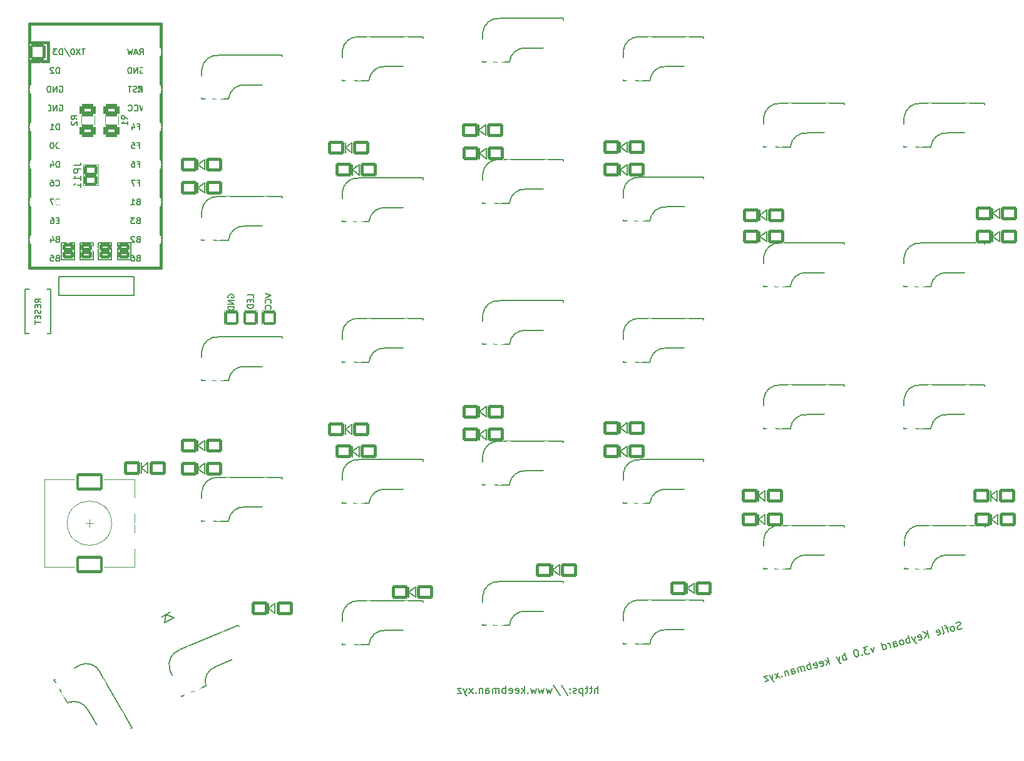
<source format=gbo>
G04 #@! TF.GenerationSoftware,KiCad,Pcbnew,9.0.0*
G04 #@! TF.CreationDate,2025-03-10T16:50:29+08:00*
G04 #@! TF.ProjectId,SofleKeyboard,536f666c-654b-4657-9962-6f6172642e6b,rev?*
G04 #@! TF.SameCoordinates,Original*
G04 #@! TF.FileFunction,Legend,Bot*
G04 #@! TF.FilePolarity,Positive*
%FSLAX46Y46*%
G04 Gerber Fmt 4.6, Leading zero omitted, Abs format (unit mm)*
G04 Created by KiCad (PCBNEW 9.0.0) date 2025-03-10 16:50:29*
%MOMM*%
%LPD*%
G01*
G04 APERTURE LIST*
G04 Aperture macros list*
%AMRoundRect*
0 Rectangle with rounded corners*
0 $1 Rounding radius*
0 $2 $3 $4 $5 $6 $7 $8 $9 X,Y pos of 4 corners*
0 Add a 4 corners polygon primitive as box body*
4,1,4,$2,$3,$4,$5,$6,$7,$8,$9,$2,$3,0*
0 Add four circle primitives for the rounded corners*
1,1,$1+$1,$2,$3*
1,1,$1+$1,$4,$5*
1,1,$1+$1,$6,$7*
1,1,$1+$1,$8,$9*
0 Add four rect primitives between the rounded corners*
20,1,$1+$1,$2,$3,$4,$5,0*
20,1,$1+$1,$4,$5,$6,$7,0*
20,1,$1+$1,$6,$7,$8,$9,0*
20,1,$1+$1,$8,$9,$2,$3,0*%
%AMFreePoly0*
4,1,41,2.776539,1.434775,2.811894,1.420130,2.884485,1.368623,2.920130,1.311894,2.934775,1.276539,2.950000,1.200000,2.950000,-1.200000,2.934775,-1.276539,2.920130,-1.311894,2.868623,-1.384485,2.811894,-1.420130,2.776539,-1.434775,2.700000,-1.450000,0.300000,-1.450000,0.223461,-1.434775,0.188106,-1.420130,0.115515,-1.368623,0.079870,-1.311894,0.065225,-1.276539,0.050000,-1.200000,
0.050000,-0.950000,-0.350000,-0.950000,-0.436777,-0.930194,-0.506366,-0.874698,-0.544986,-0.794504,-0.550000,-0.750000,-0.550000,0.750000,-0.530194,0.836777,-0.474698,0.906366,-0.394504,0.944986,-0.350000,0.950000,0.050000,0.950000,0.050000,1.200000,0.065225,1.276539,0.079870,1.311894,0.131377,1.384485,0.188106,1.420130,0.223461,1.434775,0.300000,1.450000,2.700000,1.450000,
2.776539,1.434775,2.776539,1.434775,$1*%
%AMFreePoly1*
4,1,44,-0.323461,1.434775,-0.288106,1.420130,-0.215515,1.368623,-0.179870,1.311894,-0.165225,1.276539,-0.150000,1.200000,-0.150000,0.950000,0.350000,0.950000,0.436777,0.930194,0.506366,0.874698,0.544986,0.794504,0.550000,0.750000,0.550000,-0.750000,0.530194,-0.836777,0.474698,-0.906366,0.394504,-0.944986,0.350000,-0.950000,-0.150000,-0.950000,-0.150000,-1.200000,-0.165225,-1.276539,
-0.179870,-1.311894,-0.231377,-1.384485,-0.288106,-1.420130,-0.323461,-1.434775,-0.400000,-1.450000,-2.300000,-1.450000,-2.366203,-1.438725,-2.397438,-1.427768,-2.456174,-1.395217,-2.956174,-0.995217,-3.006429,-0.935517,-3.024888,-0.901996,-3.049388,-0.816588,-3.049694,-0.811066,-3.050000,-0.800000,-3.050000,1.200000,-3.034775,1.276539,-3.020130,1.311894,-2.968623,1.384485,-2.911894,1.420130,
-2.876539,1.434775,-2.800000,1.450000,-0.400000,1.450000,-0.323461,1.434775,-0.323461,1.434775,$1*%
G04 Aperture macros list end*
%ADD10C,0.150000*%
%ADD11C,0.381000*%
%ADD12C,0.120000*%
%ADD13R,1.752600X1.752600*%
%ADD14C,1.752600*%
%ADD15C,5.100000*%
%ADD16RoundRect,0.200000X-0.876300X0.876300X-0.876300X-0.876300X0.876300X-0.876300X0.876300X0.876300X0*%
%ADD17C,2.152600*%
%ADD18RoundRect,0.200000X-0.900000X-0.750000X0.900000X-0.750000X0.900000X0.750000X-0.900000X0.750000X0*%
%ADD19RoundRect,0.200000X-1.099519X0.404423X-0.199519X-1.154423X1.099519X-0.404423X0.199519X1.154423X0*%
%ADD20C,2.100000*%
%ADD21C,3.400000*%
%ADD22C,4.400000*%
%ADD23FreePoly0,0.000000*%
%ADD24FreePoly1,0.000000*%
%ADD25FreePoly0,300.000000*%
%ADD26FreePoly1,300.000000*%
%ADD27FreePoly0,23.000000*%
%ADD28FreePoly1,23.000000*%
%ADD29RoundRect,0.200000X-0.762000X-0.762000X0.762000X-0.762000X0.762000X0.762000X-0.762000X0.762000X0*%
%ADD30RoundRect,0.200000X-0.762000X0.762000X-0.762000X-0.762000X0.762000X-0.762000X0.762000X0.762000X0*%
%ADD31C,1.797000*%
%ADD32C,2.400000*%
%ADD33RoundRect,0.200000X-1.600000X-1.000000X1.600000X-1.000000X1.600000X1.000000X-1.600000X1.000000X0*%
%ADD34O,2.300000X1.500000*%
%ADD35O,2.500000X1.500000*%
%ADD36RoundRect,0.330000X-0.745000X0.495000X-0.745000X-0.495000X0.745000X-0.495000X0.745000X0.495000X0*%
%ADD37RoundRect,0.200000X0.571500X-0.317500X0.571500X0.317500X-0.571500X0.317500X-0.571500X-0.317500X0*%
%ADD38RoundRect,0.200000X-0.750000X0.500000X-0.750000X-0.500000X0.750000X-0.500000X0.750000X0.500000X0*%
%ADD39C,0.800000*%
%ADD40C,1.000000*%
G04 APERTURE END LIST*
D10*
X217201370Y-120727319D02*
X217075705Y-120810289D01*
X217075705Y-120810289D02*
X216845723Y-120871913D01*
X216845723Y-120871913D02*
X216741405Y-120850566D01*
X216741405Y-120850566D02*
X216683084Y-120816894D01*
X216683084Y-120816894D02*
X216612438Y-120737226D01*
X216612438Y-120737226D02*
X216587788Y-120645233D01*
X216587788Y-120645233D02*
X216609135Y-120540915D01*
X216609135Y-120540915D02*
X216642807Y-120482594D01*
X216642807Y-120482594D02*
X216722475Y-120411948D01*
X216722475Y-120411948D02*
X216894137Y-120316653D01*
X216894137Y-120316653D02*
X216973805Y-120246007D01*
X216973805Y-120246007D02*
X217007476Y-120187686D01*
X217007476Y-120187686D02*
X217028824Y-120083368D01*
X217028824Y-120083368D02*
X217004174Y-119991375D01*
X217004174Y-119991375D02*
X216933528Y-119911707D01*
X216933528Y-119911707D02*
X216875207Y-119878035D01*
X216875207Y-119878035D02*
X216770889Y-119856688D01*
X216770889Y-119856688D02*
X216540907Y-119918312D01*
X216540907Y-119918312D02*
X216415242Y-120001282D01*
X216109779Y-121069108D02*
X216189447Y-120998462D01*
X216189447Y-120998462D02*
X216223119Y-120940141D01*
X216223119Y-120940141D02*
X216244466Y-120835824D01*
X216244466Y-120835824D02*
X216170518Y-120559845D01*
X216170518Y-120559845D02*
X216099872Y-120480177D01*
X216099872Y-120480177D02*
X216041551Y-120446505D01*
X216041551Y-120446505D02*
X215937233Y-120425158D01*
X215937233Y-120425158D02*
X215799244Y-120462132D01*
X215799244Y-120462132D02*
X215719575Y-120532778D01*
X215719575Y-120532778D02*
X215685904Y-120591099D01*
X215685904Y-120591099D02*
X215664557Y-120695417D01*
X215664557Y-120695417D02*
X215738505Y-120971396D01*
X215738505Y-120971396D02*
X215809151Y-121051064D01*
X215809151Y-121051064D02*
X215867472Y-121084735D01*
X215867472Y-121084735D02*
X215971790Y-121106083D01*
X215971790Y-121106083D02*
X216109779Y-121069108D01*
X215339279Y-120585379D02*
X214971307Y-120683977D01*
X215373835Y-121266304D02*
X215151991Y-120438367D01*
X215151991Y-120438367D02*
X215081345Y-120358699D01*
X215081345Y-120358699D02*
X214977027Y-120337352D01*
X214977027Y-120337352D02*
X214885034Y-120362002D01*
X214683888Y-121451175D02*
X214763556Y-121380529D01*
X214763556Y-121380529D02*
X214784903Y-121276211D01*
X214784903Y-121276211D02*
X214563058Y-120448275D01*
X213935619Y-121602374D02*
X214039937Y-121623721D01*
X214039937Y-121623721D02*
X214223923Y-121574422D01*
X214223923Y-121574422D02*
X214303591Y-121503776D01*
X214303591Y-121503776D02*
X214324938Y-121399458D01*
X214324938Y-121399458D02*
X214226340Y-121031487D01*
X214226340Y-121031487D02*
X214155694Y-120951818D01*
X214155694Y-120951818D02*
X214051377Y-120930471D01*
X214051377Y-120930471D02*
X213867391Y-120979770D01*
X213867391Y-120979770D02*
X213787723Y-121050416D01*
X213787723Y-121050416D02*
X213766376Y-121154734D01*
X213766376Y-121154734D02*
X213791025Y-121246727D01*
X213791025Y-121246727D02*
X214275639Y-121215473D01*
X212752035Y-121968813D02*
X212493216Y-121002887D01*
X212200078Y-122116710D02*
X212466149Y-121453830D01*
X211941259Y-121150784D02*
X212641113Y-121554845D01*
X211405813Y-122280233D02*
X211510131Y-122301580D01*
X211510131Y-122301580D02*
X211694117Y-122252282D01*
X211694117Y-122252282D02*
X211773785Y-122181636D01*
X211773785Y-122181636D02*
X211795132Y-122077318D01*
X211795132Y-122077318D02*
X211696534Y-121709346D01*
X211696534Y-121709346D02*
X211625888Y-121629678D01*
X211625888Y-121629678D02*
X211521571Y-121608331D01*
X211521571Y-121608331D02*
X211337585Y-121657630D01*
X211337585Y-121657630D02*
X211257917Y-121728276D01*
X211257917Y-121728276D02*
X211236570Y-121832593D01*
X211236570Y-121832593D02*
X211261219Y-121924586D01*
X211261219Y-121924586D02*
X211745833Y-121893332D01*
X210877620Y-121780877D02*
X210820184Y-122486451D01*
X210417655Y-121904124D02*
X210820184Y-122486451D01*
X210820184Y-122486451D02*
X210973800Y-122691784D01*
X210973800Y-122691784D02*
X211032121Y-122725456D01*
X211032121Y-122725456D02*
X211136439Y-122746803D01*
X210222229Y-122646673D02*
X209963410Y-121680747D01*
X210062008Y-122048718D02*
X209957690Y-122027371D01*
X209957690Y-122027371D02*
X209773705Y-122076670D01*
X209773705Y-122076670D02*
X209694036Y-122147316D01*
X209694036Y-122147316D02*
X209660365Y-122205637D01*
X209660365Y-122205637D02*
X209639018Y-122309955D01*
X209639018Y-122309955D02*
X209712966Y-122585934D01*
X209712966Y-122585934D02*
X209783612Y-122665602D01*
X209783612Y-122665602D02*
X209841933Y-122699274D01*
X209841933Y-122699274D02*
X209946251Y-122720621D01*
X209946251Y-122720621D02*
X210130236Y-122671322D01*
X210130236Y-122671322D02*
X210209905Y-122600676D01*
X209210307Y-122917816D02*
X209289975Y-122847170D01*
X209289975Y-122847170D02*
X209323647Y-122788849D01*
X209323647Y-122788849D02*
X209344994Y-122684532D01*
X209344994Y-122684532D02*
X209271046Y-122408553D01*
X209271046Y-122408553D02*
X209200400Y-122328885D01*
X209200400Y-122328885D02*
X209142079Y-122295213D01*
X209142079Y-122295213D02*
X209037761Y-122273866D01*
X209037761Y-122273866D02*
X208899772Y-122310840D01*
X208899772Y-122310840D02*
X208820103Y-122381486D01*
X208820103Y-122381486D02*
X208786432Y-122439807D01*
X208786432Y-122439807D02*
X208765085Y-122544125D01*
X208765085Y-122544125D02*
X208839033Y-122820103D01*
X208839033Y-122820103D02*
X208909679Y-122899772D01*
X208909679Y-122899772D02*
X208968000Y-122933443D01*
X208968000Y-122933443D02*
X209072318Y-122954790D01*
X209072318Y-122954790D02*
X209210307Y-122917816D01*
X208060395Y-123225934D02*
X207924823Y-122719973D01*
X207924823Y-122719973D02*
X207946170Y-122615655D01*
X207946170Y-122615655D02*
X208025839Y-122545010D01*
X208025839Y-122545010D02*
X208209824Y-122495711D01*
X208209824Y-122495711D02*
X208314142Y-122517058D01*
X208048071Y-123179938D02*
X208152388Y-123201285D01*
X208152388Y-123201285D02*
X208382370Y-123139661D01*
X208382370Y-123139661D02*
X208462039Y-123069015D01*
X208462039Y-123069015D02*
X208483386Y-122964698D01*
X208483386Y-122964698D02*
X208458736Y-122872705D01*
X208458736Y-122872705D02*
X208388090Y-122793037D01*
X208388090Y-122793037D02*
X208283773Y-122771689D01*
X208283773Y-122771689D02*
X208053790Y-122833313D01*
X208053790Y-122833313D02*
X207949473Y-122811966D01*
X207600430Y-123349181D02*
X207427884Y-122705231D01*
X207477183Y-122889217D02*
X207406537Y-122809549D01*
X207406537Y-122809549D02*
X207348216Y-122775877D01*
X207348216Y-122775877D02*
X207243899Y-122754530D01*
X207243899Y-122754530D02*
X207151906Y-122779179D01*
X206588508Y-123620325D02*
X206329689Y-122654399D01*
X206576183Y-123574329D02*
X206680501Y-123595676D01*
X206680501Y-123595676D02*
X206864487Y-123546377D01*
X206864487Y-123546377D02*
X206944155Y-123475731D01*
X206944155Y-123475731D02*
X206977827Y-123417410D01*
X206977827Y-123417410D02*
X206999174Y-123313092D01*
X206999174Y-123313092D02*
X206925225Y-123037113D01*
X206925225Y-123037113D02*
X206854579Y-122957445D01*
X206854579Y-122957445D02*
X206796258Y-122923773D01*
X206796258Y-122923773D02*
X206691941Y-122902426D01*
X206691941Y-122902426D02*
X206507955Y-122951725D01*
X206507955Y-122951725D02*
X206428286Y-123022371D01*
X205312046Y-123272168D02*
X205254610Y-123977742D01*
X205254610Y-123977742D02*
X204852082Y-123395415D01*
X204489829Y-123147388D02*
X203891875Y-123307610D01*
X203891875Y-123307610D02*
X204312448Y-123589308D01*
X204312448Y-123589308D02*
X204174459Y-123626282D01*
X204174459Y-123626282D02*
X204094791Y-123696928D01*
X204094791Y-123696928D02*
X204061119Y-123755250D01*
X204061119Y-123755250D02*
X204039772Y-123859567D01*
X204039772Y-123859567D02*
X204101396Y-124089550D01*
X204101396Y-124089550D02*
X204172041Y-124169218D01*
X204172041Y-124169218D02*
X204230363Y-124202890D01*
X204230363Y-124202890D02*
X204334680Y-124224237D01*
X204334680Y-124224237D02*
X204610659Y-124150288D01*
X204610659Y-124150288D02*
X204690327Y-124079642D01*
X204690327Y-124079642D02*
X204723999Y-124021321D01*
X203712077Y-124292465D02*
X203678405Y-124350786D01*
X203678405Y-124350786D02*
X203736726Y-124384458D01*
X203736726Y-124384458D02*
X203770398Y-124326137D01*
X203770398Y-124326137D02*
X203712077Y-124292465D01*
X203712077Y-124292465D02*
X203736726Y-124384458D01*
X202833957Y-123591078D02*
X202741964Y-123615727D01*
X202741964Y-123615727D02*
X202662296Y-123686373D01*
X202662296Y-123686373D02*
X202628624Y-123744694D01*
X202628624Y-123744694D02*
X202607277Y-123849012D01*
X202607277Y-123849012D02*
X202610579Y-124045323D01*
X202610579Y-124045323D02*
X202672203Y-124275305D01*
X202672203Y-124275305D02*
X202767498Y-124446966D01*
X202767498Y-124446966D02*
X202838144Y-124526634D01*
X202838144Y-124526634D02*
X202896465Y-124560306D01*
X202896465Y-124560306D02*
X203000783Y-124581653D01*
X203000783Y-124581653D02*
X203092776Y-124557004D01*
X203092776Y-124557004D02*
X203172444Y-124486358D01*
X203172444Y-124486358D02*
X203206116Y-124428037D01*
X203206116Y-124428037D02*
X203227463Y-124323719D01*
X203227463Y-124323719D02*
X203224161Y-124127408D01*
X203224161Y-124127408D02*
X203162537Y-123897426D01*
X203162537Y-123897426D02*
X203067242Y-123725765D01*
X203067242Y-123725765D02*
X202996596Y-123646097D01*
X202996596Y-123646097D02*
X202938275Y-123612425D01*
X202938275Y-123612425D02*
X202833957Y-123591078D01*
X201620889Y-124951395D02*
X201362070Y-123985469D01*
X201460668Y-124353441D02*
X201356350Y-124332094D01*
X201356350Y-124332094D02*
X201172364Y-124381393D01*
X201172364Y-124381393D02*
X201092696Y-124452038D01*
X201092696Y-124452038D02*
X201059024Y-124510360D01*
X201059024Y-124510360D02*
X201037677Y-124614677D01*
X201037677Y-124614677D02*
X201111625Y-124890656D01*
X201111625Y-124890656D02*
X201182271Y-124970324D01*
X201182271Y-124970324D02*
X201240592Y-125003996D01*
X201240592Y-125003996D02*
X201344910Y-125025343D01*
X201344910Y-125025343D02*
X201528896Y-124976044D01*
X201528896Y-124976044D02*
X201608564Y-124905398D01*
X200666403Y-124516964D02*
X200608966Y-125222539D01*
X200206438Y-124640212D02*
X200608966Y-125222539D01*
X200608966Y-125222539D02*
X200762583Y-125427871D01*
X200762583Y-125427871D02*
X200820904Y-125461543D01*
X200820904Y-125461543D02*
X200925222Y-125482890D01*
X199275068Y-125579955D02*
X199016249Y-124614030D01*
X199084478Y-125236633D02*
X198907097Y-125678553D01*
X198734551Y-125034603D02*
X199201120Y-125303977D01*
X198112832Y-125842077D02*
X198217149Y-125863424D01*
X198217149Y-125863424D02*
X198401135Y-125814125D01*
X198401135Y-125814125D02*
X198480804Y-125743479D01*
X198480804Y-125743479D02*
X198502151Y-125639162D01*
X198502151Y-125639162D02*
X198403553Y-125271190D01*
X198403553Y-125271190D02*
X198332907Y-125191522D01*
X198332907Y-125191522D02*
X198228589Y-125170175D01*
X198228589Y-125170175D02*
X198044603Y-125219473D01*
X198044603Y-125219473D02*
X197964935Y-125290119D01*
X197964935Y-125290119D02*
X197943588Y-125394437D01*
X197943588Y-125394437D02*
X197968238Y-125486430D01*
X197968238Y-125486430D02*
X198452852Y-125455176D01*
X197284895Y-126063922D02*
X197389213Y-126085269D01*
X197389213Y-126085269D02*
X197573199Y-126035970D01*
X197573199Y-126035970D02*
X197652867Y-125965324D01*
X197652867Y-125965324D02*
X197674214Y-125861007D01*
X197674214Y-125861007D02*
X197575616Y-125493035D01*
X197575616Y-125493035D02*
X197504970Y-125413367D01*
X197504970Y-125413367D02*
X197400653Y-125392020D01*
X197400653Y-125392020D02*
X197216667Y-125441318D01*
X197216667Y-125441318D02*
X197136999Y-125511964D01*
X197136999Y-125511964D02*
X197115652Y-125616282D01*
X197115652Y-125616282D02*
X197140301Y-125708275D01*
X197140301Y-125708275D02*
X197624915Y-125677021D01*
X196837255Y-126233166D02*
X196578436Y-125267240D01*
X196677034Y-125635211D02*
X196572716Y-125613864D01*
X196572716Y-125613864D02*
X196388730Y-125663163D01*
X196388730Y-125663163D02*
X196309062Y-125733809D01*
X196309062Y-125733809D02*
X196275390Y-125792130D01*
X196275390Y-125792130D02*
X196254043Y-125896448D01*
X196254043Y-125896448D02*
X196327992Y-126172427D01*
X196327992Y-126172427D02*
X196398638Y-126252095D01*
X196398638Y-126252095D02*
X196456959Y-126285767D01*
X196456959Y-126285767D02*
X196561276Y-126307114D01*
X196561276Y-126307114D02*
X196745262Y-126257815D01*
X196745262Y-126257815D02*
X196824930Y-126187169D01*
X195963322Y-126467335D02*
X195790776Y-125823385D01*
X195815426Y-125915378D02*
X195757104Y-125881706D01*
X195757104Y-125881706D02*
X195652787Y-125860359D01*
X195652787Y-125860359D02*
X195514797Y-125897333D01*
X195514797Y-125897333D02*
X195435129Y-125967979D01*
X195435129Y-125967979D02*
X195413782Y-126072297D01*
X195413782Y-126072297D02*
X195549354Y-126578258D01*
X195413782Y-126072297D02*
X195343136Y-125992628D01*
X195343136Y-125992628D02*
X195238819Y-125971281D01*
X195238819Y-125971281D02*
X195100829Y-126008255D01*
X195100829Y-126008255D02*
X195021161Y-126078901D01*
X195021161Y-126078901D02*
X194999814Y-126183219D01*
X194999814Y-126183219D02*
X195135386Y-126689180D01*
X194261453Y-126923350D02*
X194125881Y-126417388D01*
X194125881Y-126417388D02*
X194147228Y-126313071D01*
X194147228Y-126313071D02*
X194226897Y-126242425D01*
X194226897Y-126242425D02*
X194410882Y-126193126D01*
X194410882Y-126193126D02*
X194515200Y-126214473D01*
X194249128Y-126877353D02*
X194353446Y-126898700D01*
X194353446Y-126898700D02*
X194583428Y-126837077D01*
X194583428Y-126837077D02*
X194663097Y-126766431D01*
X194663097Y-126766431D02*
X194684444Y-126662113D01*
X194684444Y-126662113D02*
X194659794Y-126570120D01*
X194659794Y-126570120D02*
X194589148Y-126490452D01*
X194589148Y-126490452D02*
X194484831Y-126469105D01*
X194484831Y-126469105D02*
X194254848Y-126530728D01*
X194254848Y-126530728D02*
X194150531Y-126509381D01*
X193628942Y-126402646D02*
X193801488Y-127046597D01*
X193653592Y-126494639D02*
X193595271Y-126460967D01*
X193595271Y-126460967D02*
X193490953Y-126439620D01*
X193490953Y-126439620D02*
X193352964Y-126476595D01*
X193352964Y-126476595D02*
X193273295Y-126547240D01*
X193273295Y-126547240D02*
X193251948Y-126651558D01*
X193251948Y-126651558D02*
X193387520Y-127157519D01*
X192902906Y-127188774D02*
X192869234Y-127247095D01*
X192869234Y-127247095D02*
X192927555Y-127280766D01*
X192927555Y-127280766D02*
X192961227Y-127222445D01*
X192961227Y-127222445D02*
X192902906Y-127188774D01*
X192902906Y-127188774D02*
X192927555Y-127280766D01*
X192559584Y-127379364D02*
X191881077Y-126870985D01*
X192387038Y-126735414D02*
X192053623Y-127514936D01*
X191605098Y-126944934D02*
X191547662Y-127650508D01*
X191145133Y-127068181D02*
X191547662Y-127650508D01*
X191547662Y-127650508D02*
X191701278Y-127855841D01*
X191701278Y-127855841D02*
X191759599Y-127889513D01*
X191759599Y-127889513D02*
X191863917Y-127910860D01*
X190869154Y-127142129D02*
X190363193Y-127277701D01*
X190363193Y-127277701D02*
X191041700Y-127786080D01*
X191041700Y-127786080D02*
X190535739Y-127921652D01*
X167982380Y-129506819D02*
X167982380Y-128506819D01*
X167553809Y-129506819D02*
X167553809Y-128983009D01*
X167553809Y-128983009D02*
X167601428Y-128887771D01*
X167601428Y-128887771D02*
X167696666Y-128840152D01*
X167696666Y-128840152D02*
X167839523Y-128840152D01*
X167839523Y-128840152D02*
X167934761Y-128887771D01*
X167934761Y-128887771D02*
X167982380Y-128935390D01*
X167220475Y-128840152D02*
X166839523Y-128840152D01*
X167077618Y-128506819D02*
X167077618Y-129363961D01*
X167077618Y-129363961D02*
X167029999Y-129459200D01*
X167029999Y-129459200D02*
X166934761Y-129506819D01*
X166934761Y-129506819D02*
X166839523Y-129506819D01*
X166649046Y-128840152D02*
X166268094Y-128840152D01*
X166506189Y-128506819D02*
X166506189Y-129363961D01*
X166506189Y-129363961D02*
X166458570Y-129459200D01*
X166458570Y-129459200D02*
X166363332Y-129506819D01*
X166363332Y-129506819D02*
X166268094Y-129506819D01*
X165934760Y-128840152D02*
X165934760Y-129840152D01*
X165934760Y-128887771D02*
X165839522Y-128840152D01*
X165839522Y-128840152D02*
X165649046Y-128840152D01*
X165649046Y-128840152D02*
X165553808Y-128887771D01*
X165553808Y-128887771D02*
X165506189Y-128935390D01*
X165506189Y-128935390D02*
X165458570Y-129030628D01*
X165458570Y-129030628D02*
X165458570Y-129316342D01*
X165458570Y-129316342D02*
X165506189Y-129411580D01*
X165506189Y-129411580D02*
X165553808Y-129459200D01*
X165553808Y-129459200D02*
X165649046Y-129506819D01*
X165649046Y-129506819D02*
X165839522Y-129506819D01*
X165839522Y-129506819D02*
X165934760Y-129459200D01*
X165077617Y-129459200D02*
X164982379Y-129506819D01*
X164982379Y-129506819D02*
X164791903Y-129506819D01*
X164791903Y-129506819D02*
X164696665Y-129459200D01*
X164696665Y-129459200D02*
X164649046Y-129363961D01*
X164649046Y-129363961D02*
X164649046Y-129316342D01*
X164649046Y-129316342D02*
X164696665Y-129221104D01*
X164696665Y-129221104D02*
X164791903Y-129173485D01*
X164791903Y-129173485D02*
X164934760Y-129173485D01*
X164934760Y-129173485D02*
X165029998Y-129125866D01*
X165029998Y-129125866D02*
X165077617Y-129030628D01*
X165077617Y-129030628D02*
X165077617Y-128983009D01*
X165077617Y-128983009D02*
X165029998Y-128887771D01*
X165029998Y-128887771D02*
X164934760Y-128840152D01*
X164934760Y-128840152D02*
X164791903Y-128840152D01*
X164791903Y-128840152D02*
X164696665Y-128887771D01*
X164220474Y-129411580D02*
X164172855Y-129459200D01*
X164172855Y-129459200D02*
X164220474Y-129506819D01*
X164220474Y-129506819D02*
X164268093Y-129459200D01*
X164268093Y-129459200D02*
X164220474Y-129411580D01*
X164220474Y-129411580D02*
X164220474Y-129506819D01*
X164220474Y-128887771D02*
X164172855Y-128935390D01*
X164172855Y-128935390D02*
X164220474Y-128983009D01*
X164220474Y-128983009D02*
X164268093Y-128935390D01*
X164268093Y-128935390D02*
X164220474Y-128887771D01*
X164220474Y-128887771D02*
X164220474Y-128983009D01*
X163029999Y-128459200D02*
X163887141Y-129744914D01*
X161982380Y-128459200D02*
X162839522Y-129744914D01*
X161744284Y-128840152D02*
X161553808Y-129506819D01*
X161553808Y-129506819D02*
X161363332Y-129030628D01*
X161363332Y-129030628D02*
X161172856Y-129506819D01*
X161172856Y-129506819D02*
X160982380Y-128840152D01*
X160696665Y-128840152D02*
X160506189Y-129506819D01*
X160506189Y-129506819D02*
X160315713Y-129030628D01*
X160315713Y-129030628D02*
X160125237Y-129506819D01*
X160125237Y-129506819D02*
X159934761Y-128840152D01*
X159649046Y-128840152D02*
X159458570Y-129506819D01*
X159458570Y-129506819D02*
X159268094Y-129030628D01*
X159268094Y-129030628D02*
X159077618Y-129506819D01*
X159077618Y-129506819D02*
X158887142Y-128840152D01*
X158506189Y-129411580D02*
X158458570Y-129459200D01*
X158458570Y-129459200D02*
X158506189Y-129506819D01*
X158506189Y-129506819D02*
X158553808Y-129459200D01*
X158553808Y-129459200D02*
X158506189Y-129411580D01*
X158506189Y-129411580D02*
X158506189Y-129506819D01*
X158029999Y-129506819D02*
X158029999Y-128506819D01*
X157934761Y-129125866D02*
X157649047Y-129506819D01*
X157649047Y-128840152D02*
X158029999Y-129221104D01*
X156839523Y-129459200D02*
X156934761Y-129506819D01*
X156934761Y-129506819D02*
X157125237Y-129506819D01*
X157125237Y-129506819D02*
X157220475Y-129459200D01*
X157220475Y-129459200D02*
X157268094Y-129363961D01*
X157268094Y-129363961D02*
X157268094Y-128983009D01*
X157268094Y-128983009D02*
X157220475Y-128887771D01*
X157220475Y-128887771D02*
X157125237Y-128840152D01*
X157125237Y-128840152D02*
X156934761Y-128840152D01*
X156934761Y-128840152D02*
X156839523Y-128887771D01*
X156839523Y-128887771D02*
X156791904Y-128983009D01*
X156791904Y-128983009D02*
X156791904Y-129078247D01*
X156791904Y-129078247D02*
X157268094Y-129173485D01*
X155982380Y-129459200D02*
X156077618Y-129506819D01*
X156077618Y-129506819D02*
X156268094Y-129506819D01*
X156268094Y-129506819D02*
X156363332Y-129459200D01*
X156363332Y-129459200D02*
X156410951Y-129363961D01*
X156410951Y-129363961D02*
X156410951Y-128983009D01*
X156410951Y-128983009D02*
X156363332Y-128887771D01*
X156363332Y-128887771D02*
X156268094Y-128840152D01*
X156268094Y-128840152D02*
X156077618Y-128840152D01*
X156077618Y-128840152D02*
X155982380Y-128887771D01*
X155982380Y-128887771D02*
X155934761Y-128983009D01*
X155934761Y-128983009D02*
X155934761Y-129078247D01*
X155934761Y-129078247D02*
X156410951Y-129173485D01*
X155506189Y-129506819D02*
X155506189Y-128506819D01*
X155506189Y-128887771D02*
X155410951Y-128840152D01*
X155410951Y-128840152D02*
X155220475Y-128840152D01*
X155220475Y-128840152D02*
X155125237Y-128887771D01*
X155125237Y-128887771D02*
X155077618Y-128935390D01*
X155077618Y-128935390D02*
X155029999Y-129030628D01*
X155029999Y-129030628D02*
X155029999Y-129316342D01*
X155029999Y-129316342D02*
X155077618Y-129411580D01*
X155077618Y-129411580D02*
X155125237Y-129459200D01*
X155125237Y-129459200D02*
X155220475Y-129506819D01*
X155220475Y-129506819D02*
X155410951Y-129506819D01*
X155410951Y-129506819D02*
X155506189Y-129459200D01*
X154601427Y-129506819D02*
X154601427Y-128840152D01*
X154601427Y-128935390D02*
X154553808Y-128887771D01*
X154553808Y-128887771D02*
X154458570Y-128840152D01*
X154458570Y-128840152D02*
X154315713Y-128840152D01*
X154315713Y-128840152D02*
X154220475Y-128887771D01*
X154220475Y-128887771D02*
X154172856Y-128983009D01*
X154172856Y-128983009D02*
X154172856Y-129506819D01*
X154172856Y-128983009D02*
X154125237Y-128887771D01*
X154125237Y-128887771D02*
X154029999Y-128840152D01*
X154029999Y-128840152D02*
X153887142Y-128840152D01*
X153887142Y-128840152D02*
X153791903Y-128887771D01*
X153791903Y-128887771D02*
X153744284Y-128983009D01*
X153744284Y-128983009D02*
X153744284Y-129506819D01*
X152839523Y-129506819D02*
X152839523Y-128983009D01*
X152839523Y-128983009D02*
X152887142Y-128887771D01*
X152887142Y-128887771D02*
X152982380Y-128840152D01*
X152982380Y-128840152D02*
X153172856Y-128840152D01*
X153172856Y-128840152D02*
X153268094Y-128887771D01*
X152839523Y-129459200D02*
X152934761Y-129506819D01*
X152934761Y-129506819D02*
X153172856Y-129506819D01*
X153172856Y-129506819D02*
X153268094Y-129459200D01*
X153268094Y-129459200D02*
X153315713Y-129363961D01*
X153315713Y-129363961D02*
X153315713Y-129268723D01*
X153315713Y-129268723D02*
X153268094Y-129173485D01*
X153268094Y-129173485D02*
X153172856Y-129125866D01*
X153172856Y-129125866D02*
X152934761Y-129125866D01*
X152934761Y-129125866D02*
X152839523Y-129078247D01*
X152363332Y-128840152D02*
X152363332Y-129506819D01*
X152363332Y-128935390D02*
X152315713Y-128887771D01*
X152315713Y-128887771D02*
X152220475Y-128840152D01*
X152220475Y-128840152D02*
X152077618Y-128840152D01*
X152077618Y-128840152D02*
X151982380Y-128887771D01*
X151982380Y-128887771D02*
X151934761Y-128983009D01*
X151934761Y-128983009D02*
X151934761Y-129506819D01*
X151458570Y-129411580D02*
X151410951Y-129459200D01*
X151410951Y-129459200D02*
X151458570Y-129506819D01*
X151458570Y-129506819D02*
X151506189Y-129459200D01*
X151506189Y-129459200D02*
X151458570Y-129411580D01*
X151458570Y-129411580D02*
X151458570Y-129506819D01*
X151077618Y-129506819D02*
X150553809Y-128840152D01*
X151077618Y-128840152D02*
X150553809Y-129506819D01*
X150268094Y-128840152D02*
X150029999Y-129506819D01*
X149791904Y-128840152D02*
X150029999Y-129506819D01*
X150029999Y-129506819D02*
X150125237Y-129744914D01*
X150125237Y-129744914D02*
X150172856Y-129792533D01*
X150172856Y-129792533D02*
X150268094Y-129840152D01*
X149506189Y-128840152D02*
X148982380Y-128840152D01*
X148982380Y-128840152D02*
X149506189Y-129506819D01*
X149506189Y-129506819D02*
X148982380Y-129506819D01*
X105727666Y-57923247D02*
X105994332Y-57923247D01*
X105994332Y-58342295D02*
X105994332Y-57542295D01*
X105994332Y-57542295D02*
X105613380Y-57542295D01*
X104965761Y-57542295D02*
X105118142Y-57542295D01*
X105118142Y-57542295D02*
X105194333Y-57580390D01*
X105194333Y-57580390D02*
X105232428Y-57618485D01*
X105232428Y-57618485D02*
X105308618Y-57732771D01*
X105308618Y-57732771D02*
X105346714Y-57885152D01*
X105346714Y-57885152D02*
X105346714Y-58189914D01*
X105346714Y-58189914D02*
X105308618Y-58266104D01*
X105308618Y-58266104D02*
X105270523Y-58304200D01*
X105270523Y-58304200D02*
X105194333Y-58342295D01*
X105194333Y-58342295D02*
X105041952Y-58342295D01*
X105041952Y-58342295D02*
X104965761Y-58304200D01*
X104965761Y-58304200D02*
X104927666Y-58266104D01*
X104927666Y-58266104D02*
X104889571Y-58189914D01*
X104889571Y-58189914D02*
X104889571Y-57999438D01*
X104889571Y-57999438D02*
X104927666Y-57923247D01*
X104927666Y-57923247D02*
X104965761Y-57885152D01*
X104965761Y-57885152D02*
X105041952Y-57847057D01*
X105041952Y-57847057D02*
X105194333Y-57847057D01*
X105194333Y-57847057D02*
X105270523Y-57885152D01*
X105270523Y-57885152D02*
X105308618Y-57923247D01*
X105308618Y-57923247D02*
X105346714Y-57999438D01*
X105784809Y-63003247D02*
X105670523Y-63041342D01*
X105670523Y-63041342D02*
X105632428Y-63079438D01*
X105632428Y-63079438D02*
X105594332Y-63155628D01*
X105594332Y-63155628D02*
X105594332Y-63269914D01*
X105594332Y-63269914D02*
X105632428Y-63346104D01*
X105632428Y-63346104D02*
X105670523Y-63384200D01*
X105670523Y-63384200D02*
X105746713Y-63422295D01*
X105746713Y-63422295D02*
X106051475Y-63422295D01*
X106051475Y-63422295D02*
X106051475Y-62622295D01*
X106051475Y-62622295D02*
X105784809Y-62622295D01*
X105784809Y-62622295D02*
X105708618Y-62660390D01*
X105708618Y-62660390D02*
X105670523Y-62698485D01*
X105670523Y-62698485D02*
X105632428Y-62774676D01*
X105632428Y-62774676D02*
X105632428Y-62850866D01*
X105632428Y-62850866D02*
X105670523Y-62927057D01*
X105670523Y-62927057D02*
X105708618Y-62965152D01*
X105708618Y-62965152D02*
X105784809Y-63003247D01*
X105784809Y-63003247D02*
X106051475Y-63003247D01*
X104832428Y-63422295D02*
X105289571Y-63422295D01*
X105060999Y-63422295D02*
X105060999Y-62622295D01*
X105060999Y-62622295D02*
X105137190Y-62736580D01*
X105137190Y-62736580D02*
X105213380Y-62812771D01*
X105213380Y-62812771D02*
X105289571Y-62850866D01*
X95129475Y-63422295D02*
X95129475Y-62622295D01*
X95129475Y-62622295D02*
X94938999Y-62622295D01*
X94938999Y-62622295D02*
X94824713Y-62660390D01*
X94824713Y-62660390D02*
X94748523Y-62736580D01*
X94748523Y-62736580D02*
X94710428Y-62812771D01*
X94710428Y-62812771D02*
X94672332Y-62965152D01*
X94672332Y-62965152D02*
X94672332Y-63079438D01*
X94672332Y-63079438D02*
X94710428Y-63231819D01*
X94710428Y-63231819D02*
X94748523Y-63308009D01*
X94748523Y-63308009D02*
X94824713Y-63384200D01*
X94824713Y-63384200D02*
X94938999Y-63422295D01*
X94938999Y-63422295D02*
X95129475Y-63422295D01*
X94405666Y-62622295D02*
X93872332Y-62622295D01*
X93872332Y-62622295D02*
X94215190Y-63422295D01*
X105573333Y-48124200D02*
X105459047Y-48162295D01*
X105459047Y-48162295D02*
X105268571Y-48162295D01*
X105268571Y-48162295D02*
X105192380Y-48124200D01*
X105192380Y-48124200D02*
X105154285Y-48086104D01*
X105154285Y-48086104D02*
X105116190Y-48009914D01*
X105116190Y-48009914D02*
X105116190Y-47933723D01*
X105116190Y-47933723D02*
X105154285Y-47857533D01*
X105154285Y-47857533D02*
X105192380Y-47819438D01*
X105192380Y-47819438D02*
X105268571Y-47781342D01*
X105268571Y-47781342D02*
X105420952Y-47743247D01*
X105420952Y-47743247D02*
X105497142Y-47705152D01*
X105497142Y-47705152D02*
X105535237Y-47667057D01*
X105535237Y-47667057D02*
X105573333Y-47590866D01*
X105573333Y-47590866D02*
X105573333Y-47514676D01*
X105573333Y-47514676D02*
X105535237Y-47438485D01*
X105535237Y-47438485D02*
X105497142Y-47400390D01*
X105497142Y-47400390D02*
X105420952Y-47362295D01*
X105420952Y-47362295D02*
X105230475Y-47362295D01*
X105230475Y-47362295D02*
X105116190Y-47400390D01*
X104887618Y-47362295D02*
X104430475Y-47362295D01*
X104659047Y-48162295D02*
X104659047Y-47362295D01*
X94672332Y-60806104D02*
X94710428Y-60844200D01*
X94710428Y-60844200D02*
X94824713Y-60882295D01*
X94824713Y-60882295D02*
X94900904Y-60882295D01*
X94900904Y-60882295D02*
X95015190Y-60844200D01*
X95015190Y-60844200D02*
X95091380Y-60768009D01*
X95091380Y-60768009D02*
X95129475Y-60691819D01*
X95129475Y-60691819D02*
X95167571Y-60539438D01*
X95167571Y-60539438D02*
X95167571Y-60425152D01*
X95167571Y-60425152D02*
X95129475Y-60272771D01*
X95129475Y-60272771D02*
X95091380Y-60196580D01*
X95091380Y-60196580D02*
X95015190Y-60120390D01*
X95015190Y-60120390D02*
X94900904Y-60082295D01*
X94900904Y-60082295D02*
X94824713Y-60082295D01*
X94824713Y-60082295D02*
X94710428Y-60120390D01*
X94710428Y-60120390D02*
X94672332Y-60158485D01*
X93986618Y-60082295D02*
X94138999Y-60082295D01*
X94138999Y-60082295D02*
X94215190Y-60120390D01*
X94215190Y-60120390D02*
X94253285Y-60158485D01*
X94253285Y-60158485D02*
X94329475Y-60272771D01*
X94329475Y-60272771D02*
X94367571Y-60425152D01*
X94367571Y-60425152D02*
X94367571Y-60729914D01*
X94367571Y-60729914D02*
X94329475Y-60806104D01*
X94329475Y-60806104D02*
X94291380Y-60844200D01*
X94291380Y-60844200D02*
X94215190Y-60882295D01*
X94215190Y-60882295D02*
X94062809Y-60882295D01*
X94062809Y-60882295D02*
X93986618Y-60844200D01*
X93986618Y-60844200D02*
X93948523Y-60806104D01*
X93948523Y-60806104D02*
X93910428Y-60729914D01*
X93910428Y-60729914D02*
X93910428Y-60539438D01*
X93910428Y-60539438D02*
X93948523Y-60463247D01*
X93948523Y-60463247D02*
X93986618Y-60425152D01*
X93986618Y-60425152D02*
X94062809Y-60387057D01*
X94062809Y-60387057D02*
X94215190Y-60387057D01*
X94215190Y-60387057D02*
X94291380Y-60425152D01*
X94291380Y-60425152D02*
X94329475Y-60463247D01*
X94329475Y-60463247D02*
X94367571Y-60539438D01*
X95129475Y-58342295D02*
X95129475Y-57542295D01*
X95129475Y-57542295D02*
X94938999Y-57542295D01*
X94938999Y-57542295D02*
X94824713Y-57580390D01*
X94824713Y-57580390D02*
X94748523Y-57656580D01*
X94748523Y-57656580D02*
X94710428Y-57732771D01*
X94710428Y-57732771D02*
X94672332Y-57885152D01*
X94672332Y-57885152D02*
X94672332Y-57999438D01*
X94672332Y-57999438D02*
X94710428Y-58151819D01*
X94710428Y-58151819D02*
X94748523Y-58228009D01*
X94748523Y-58228009D02*
X94824713Y-58304200D01*
X94824713Y-58304200D02*
X94938999Y-58342295D01*
X94938999Y-58342295D02*
X95129475Y-58342295D01*
X93986618Y-57808961D02*
X93986618Y-58342295D01*
X94177094Y-57504200D02*
X94367571Y-58075628D01*
X94367571Y-58075628D02*
X93872332Y-58075628D01*
X105784809Y-70623247D02*
X105670523Y-70661342D01*
X105670523Y-70661342D02*
X105632428Y-70699438D01*
X105632428Y-70699438D02*
X105594332Y-70775628D01*
X105594332Y-70775628D02*
X105594332Y-70889914D01*
X105594332Y-70889914D02*
X105632428Y-70966104D01*
X105632428Y-70966104D02*
X105670523Y-71004200D01*
X105670523Y-71004200D02*
X105746713Y-71042295D01*
X105746713Y-71042295D02*
X106051475Y-71042295D01*
X106051475Y-71042295D02*
X106051475Y-70242295D01*
X106051475Y-70242295D02*
X105784809Y-70242295D01*
X105784809Y-70242295D02*
X105708618Y-70280390D01*
X105708618Y-70280390D02*
X105670523Y-70318485D01*
X105670523Y-70318485D02*
X105632428Y-70394676D01*
X105632428Y-70394676D02*
X105632428Y-70470866D01*
X105632428Y-70470866D02*
X105670523Y-70547057D01*
X105670523Y-70547057D02*
X105708618Y-70585152D01*
X105708618Y-70585152D02*
X105784809Y-70623247D01*
X105784809Y-70623247D02*
X106051475Y-70623247D01*
X104908618Y-70242295D02*
X105060999Y-70242295D01*
X105060999Y-70242295D02*
X105137190Y-70280390D01*
X105137190Y-70280390D02*
X105175285Y-70318485D01*
X105175285Y-70318485D02*
X105251475Y-70432771D01*
X105251475Y-70432771D02*
X105289571Y-70585152D01*
X105289571Y-70585152D02*
X105289571Y-70889914D01*
X105289571Y-70889914D02*
X105251475Y-70966104D01*
X105251475Y-70966104D02*
X105213380Y-71004200D01*
X105213380Y-71004200D02*
X105137190Y-71042295D01*
X105137190Y-71042295D02*
X104984809Y-71042295D01*
X104984809Y-71042295D02*
X104908618Y-71004200D01*
X104908618Y-71004200D02*
X104870523Y-70966104D01*
X104870523Y-70966104D02*
X104832428Y-70889914D01*
X104832428Y-70889914D02*
X104832428Y-70699438D01*
X104832428Y-70699438D02*
X104870523Y-70623247D01*
X104870523Y-70623247D02*
X104908618Y-70585152D01*
X104908618Y-70585152D02*
X104984809Y-70547057D01*
X104984809Y-70547057D02*
X105137190Y-70547057D01*
X105137190Y-70547057D02*
X105213380Y-70585152D01*
X105213380Y-70585152D02*
X105251475Y-70623247D01*
X105251475Y-70623247D02*
X105289571Y-70699438D01*
X95129475Y-55802295D02*
X95129475Y-55002295D01*
X95129475Y-55002295D02*
X94938999Y-55002295D01*
X94938999Y-55002295D02*
X94824713Y-55040390D01*
X94824713Y-55040390D02*
X94748523Y-55116580D01*
X94748523Y-55116580D02*
X94710428Y-55192771D01*
X94710428Y-55192771D02*
X94672332Y-55345152D01*
X94672332Y-55345152D02*
X94672332Y-55459438D01*
X94672332Y-55459438D02*
X94710428Y-55611819D01*
X94710428Y-55611819D02*
X94748523Y-55688009D01*
X94748523Y-55688009D02*
X94824713Y-55764200D01*
X94824713Y-55764200D02*
X94938999Y-55802295D01*
X94938999Y-55802295D02*
X95129475Y-55802295D01*
X94177094Y-55002295D02*
X94100904Y-55002295D01*
X94100904Y-55002295D02*
X94024713Y-55040390D01*
X94024713Y-55040390D02*
X93986618Y-55078485D01*
X93986618Y-55078485D02*
X93948523Y-55154676D01*
X93948523Y-55154676D02*
X93910428Y-55307057D01*
X93910428Y-55307057D02*
X93910428Y-55497533D01*
X93910428Y-55497533D02*
X93948523Y-55649914D01*
X93948523Y-55649914D02*
X93986618Y-55726104D01*
X93986618Y-55726104D02*
X94024713Y-55764200D01*
X94024713Y-55764200D02*
X94100904Y-55802295D01*
X94100904Y-55802295D02*
X94177094Y-55802295D01*
X94177094Y-55802295D02*
X94253285Y-55764200D01*
X94253285Y-55764200D02*
X94291380Y-55726104D01*
X94291380Y-55726104D02*
X94329475Y-55649914D01*
X94329475Y-55649914D02*
X94367571Y-55497533D01*
X94367571Y-55497533D02*
X94367571Y-55307057D01*
X94367571Y-55307057D02*
X94329475Y-55154676D01*
X94329475Y-55154676D02*
X94291380Y-55078485D01*
X94291380Y-55078485D02*
X94253285Y-55040390D01*
X94253285Y-55040390D02*
X94177094Y-55002295D01*
X95148523Y-49960390D02*
X95224713Y-49922295D01*
X95224713Y-49922295D02*
X95338999Y-49922295D01*
X95338999Y-49922295D02*
X95453285Y-49960390D01*
X95453285Y-49960390D02*
X95529475Y-50036580D01*
X95529475Y-50036580D02*
X95567570Y-50112771D01*
X95567570Y-50112771D02*
X95605666Y-50265152D01*
X95605666Y-50265152D02*
X95605666Y-50379438D01*
X95605666Y-50379438D02*
X95567570Y-50531819D01*
X95567570Y-50531819D02*
X95529475Y-50608009D01*
X95529475Y-50608009D02*
X95453285Y-50684200D01*
X95453285Y-50684200D02*
X95338999Y-50722295D01*
X95338999Y-50722295D02*
X95262808Y-50722295D01*
X95262808Y-50722295D02*
X95148523Y-50684200D01*
X95148523Y-50684200D02*
X95110427Y-50646104D01*
X95110427Y-50646104D02*
X95110427Y-50379438D01*
X95110427Y-50379438D02*
X95262808Y-50379438D01*
X94767570Y-50722295D02*
X94767570Y-49922295D01*
X94767570Y-49922295D02*
X94310427Y-50722295D01*
X94310427Y-50722295D02*
X94310427Y-49922295D01*
X93929475Y-50722295D02*
X93929475Y-49922295D01*
X93929475Y-49922295D02*
X93738999Y-49922295D01*
X93738999Y-49922295D02*
X93624713Y-49960390D01*
X93624713Y-49960390D02*
X93548523Y-50036580D01*
X93548523Y-50036580D02*
X93510428Y-50112771D01*
X93510428Y-50112771D02*
X93472332Y-50265152D01*
X93472332Y-50265152D02*
X93472332Y-50379438D01*
X93472332Y-50379438D02*
X93510428Y-50531819D01*
X93510428Y-50531819D02*
X93548523Y-50608009D01*
X93548523Y-50608009D02*
X93624713Y-50684200D01*
X93624713Y-50684200D02*
X93738999Y-50722295D01*
X93738999Y-50722295D02*
X93929475Y-50722295D01*
X105727666Y-52843247D02*
X105994332Y-52843247D01*
X105994332Y-53262295D02*
X105994332Y-52462295D01*
X105994332Y-52462295D02*
X105613380Y-52462295D01*
X104965761Y-52728961D02*
X104965761Y-53262295D01*
X105156237Y-52424200D02*
X105346714Y-52995628D01*
X105346714Y-52995628D02*
X104851475Y-52995628D01*
X106013380Y-43102295D02*
X106280047Y-42721342D01*
X106470523Y-43102295D02*
X106470523Y-42302295D01*
X106470523Y-42302295D02*
X106165761Y-42302295D01*
X106165761Y-42302295D02*
X106089571Y-42340390D01*
X106089571Y-42340390D02*
X106051476Y-42378485D01*
X106051476Y-42378485D02*
X106013380Y-42454676D01*
X106013380Y-42454676D02*
X106013380Y-42568961D01*
X106013380Y-42568961D02*
X106051476Y-42645152D01*
X106051476Y-42645152D02*
X106089571Y-42683247D01*
X106089571Y-42683247D02*
X106165761Y-42721342D01*
X106165761Y-42721342D02*
X106470523Y-42721342D01*
X105708619Y-42873723D02*
X105327666Y-42873723D01*
X105784809Y-43102295D02*
X105518142Y-42302295D01*
X105518142Y-42302295D02*
X105251476Y-43102295D01*
X105061000Y-42302295D02*
X104870524Y-43102295D01*
X104870524Y-43102295D02*
X104718143Y-42530866D01*
X104718143Y-42530866D02*
X104565762Y-43102295D01*
X104565762Y-43102295D02*
X104375286Y-42302295D01*
X105727666Y-60463247D02*
X105994332Y-60463247D01*
X105994332Y-60882295D02*
X105994332Y-60082295D01*
X105994332Y-60082295D02*
X105613380Y-60082295D01*
X105384809Y-60082295D02*
X104851475Y-60082295D01*
X104851475Y-60082295D02*
X105194333Y-60882295D01*
X95129475Y-53262295D02*
X95129475Y-52462295D01*
X95129475Y-52462295D02*
X94938999Y-52462295D01*
X94938999Y-52462295D02*
X94824713Y-52500390D01*
X94824713Y-52500390D02*
X94748523Y-52576580D01*
X94748523Y-52576580D02*
X94710428Y-52652771D01*
X94710428Y-52652771D02*
X94672332Y-52805152D01*
X94672332Y-52805152D02*
X94672332Y-52919438D01*
X94672332Y-52919438D02*
X94710428Y-53071819D01*
X94710428Y-53071819D02*
X94748523Y-53148009D01*
X94748523Y-53148009D02*
X94824713Y-53224200D01*
X94824713Y-53224200D02*
X94938999Y-53262295D01*
X94938999Y-53262295D02*
X95129475Y-53262295D01*
X93910428Y-53262295D02*
X94367571Y-53262295D01*
X94138999Y-53262295D02*
X94138999Y-52462295D01*
X94138999Y-52462295D02*
X94215190Y-52576580D01*
X94215190Y-52576580D02*
X94291380Y-52652771D01*
X94291380Y-52652771D02*
X94367571Y-52690866D01*
X106527666Y-49922295D02*
X106260999Y-50722295D01*
X106260999Y-50722295D02*
X105994333Y-49922295D01*
X105270523Y-50646104D02*
X105308619Y-50684200D01*
X105308619Y-50684200D02*
X105422904Y-50722295D01*
X105422904Y-50722295D02*
X105499095Y-50722295D01*
X105499095Y-50722295D02*
X105613381Y-50684200D01*
X105613381Y-50684200D02*
X105689571Y-50608009D01*
X105689571Y-50608009D02*
X105727666Y-50531819D01*
X105727666Y-50531819D02*
X105765762Y-50379438D01*
X105765762Y-50379438D02*
X105765762Y-50265152D01*
X105765762Y-50265152D02*
X105727666Y-50112771D01*
X105727666Y-50112771D02*
X105689571Y-50036580D01*
X105689571Y-50036580D02*
X105613381Y-49960390D01*
X105613381Y-49960390D02*
X105499095Y-49922295D01*
X105499095Y-49922295D02*
X105422904Y-49922295D01*
X105422904Y-49922295D02*
X105308619Y-49960390D01*
X105308619Y-49960390D02*
X105270523Y-49998485D01*
X104470523Y-50646104D02*
X104508619Y-50684200D01*
X104508619Y-50684200D02*
X104622904Y-50722295D01*
X104622904Y-50722295D02*
X104699095Y-50722295D01*
X104699095Y-50722295D02*
X104813381Y-50684200D01*
X104813381Y-50684200D02*
X104889571Y-50608009D01*
X104889571Y-50608009D02*
X104927666Y-50531819D01*
X104927666Y-50531819D02*
X104965762Y-50379438D01*
X104965762Y-50379438D02*
X104965762Y-50265152D01*
X104965762Y-50265152D02*
X104927666Y-50112771D01*
X104927666Y-50112771D02*
X104889571Y-50036580D01*
X104889571Y-50036580D02*
X104813381Y-49960390D01*
X104813381Y-49960390D02*
X104699095Y-49922295D01*
X104699095Y-49922295D02*
X104622904Y-49922295D01*
X104622904Y-49922295D02*
X104508619Y-49960390D01*
X104508619Y-49960390D02*
X104470523Y-49998485D01*
X106070523Y-44880390D02*
X106146713Y-44842295D01*
X106146713Y-44842295D02*
X106260999Y-44842295D01*
X106260999Y-44842295D02*
X106375285Y-44880390D01*
X106375285Y-44880390D02*
X106451475Y-44956580D01*
X106451475Y-44956580D02*
X106489570Y-45032771D01*
X106489570Y-45032771D02*
X106527666Y-45185152D01*
X106527666Y-45185152D02*
X106527666Y-45299438D01*
X106527666Y-45299438D02*
X106489570Y-45451819D01*
X106489570Y-45451819D02*
X106451475Y-45528009D01*
X106451475Y-45528009D02*
X106375285Y-45604200D01*
X106375285Y-45604200D02*
X106260999Y-45642295D01*
X106260999Y-45642295D02*
X106184808Y-45642295D01*
X106184808Y-45642295D02*
X106070523Y-45604200D01*
X106070523Y-45604200D02*
X106032427Y-45566104D01*
X106032427Y-45566104D02*
X106032427Y-45299438D01*
X106032427Y-45299438D02*
X106184808Y-45299438D01*
X105689570Y-45642295D02*
X105689570Y-44842295D01*
X105689570Y-44842295D02*
X105232427Y-45642295D01*
X105232427Y-45642295D02*
X105232427Y-44842295D01*
X104851475Y-45642295D02*
X104851475Y-44842295D01*
X104851475Y-44842295D02*
X104660999Y-44842295D01*
X104660999Y-44842295D02*
X104546713Y-44880390D01*
X104546713Y-44880390D02*
X104470523Y-44956580D01*
X104470523Y-44956580D02*
X104432428Y-45032771D01*
X104432428Y-45032771D02*
X104394332Y-45185152D01*
X104394332Y-45185152D02*
X104394332Y-45299438D01*
X104394332Y-45299438D02*
X104432428Y-45451819D01*
X104432428Y-45451819D02*
X104470523Y-45528009D01*
X104470523Y-45528009D02*
X104546713Y-45604200D01*
X104546713Y-45604200D02*
X104660999Y-45642295D01*
X104660999Y-45642295D02*
X104851475Y-45642295D01*
X105784809Y-65543247D02*
X105670523Y-65581342D01*
X105670523Y-65581342D02*
X105632428Y-65619438D01*
X105632428Y-65619438D02*
X105594332Y-65695628D01*
X105594332Y-65695628D02*
X105594332Y-65809914D01*
X105594332Y-65809914D02*
X105632428Y-65886104D01*
X105632428Y-65886104D02*
X105670523Y-65924200D01*
X105670523Y-65924200D02*
X105746713Y-65962295D01*
X105746713Y-65962295D02*
X106051475Y-65962295D01*
X106051475Y-65962295D02*
X106051475Y-65162295D01*
X106051475Y-65162295D02*
X105784809Y-65162295D01*
X105784809Y-65162295D02*
X105708618Y-65200390D01*
X105708618Y-65200390D02*
X105670523Y-65238485D01*
X105670523Y-65238485D02*
X105632428Y-65314676D01*
X105632428Y-65314676D02*
X105632428Y-65390866D01*
X105632428Y-65390866D02*
X105670523Y-65467057D01*
X105670523Y-65467057D02*
X105708618Y-65505152D01*
X105708618Y-65505152D02*
X105784809Y-65543247D01*
X105784809Y-65543247D02*
X106051475Y-65543247D01*
X105327666Y-65162295D02*
X104832428Y-65162295D01*
X104832428Y-65162295D02*
X105099094Y-65467057D01*
X105099094Y-65467057D02*
X104984809Y-65467057D01*
X104984809Y-65467057D02*
X104908618Y-65505152D01*
X104908618Y-65505152D02*
X104870523Y-65543247D01*
X104870523Y-65543247D02*
X104832428Y-65619438D01*
X104832428Y-65619438D02*
X104832428Y-65809914D01*
X104832428Y-65809914D02*
X104870523Y-65886104D01*
X104870523Y-65886104D02*
X104908618Y-65924200D01*
X104908618Y-65924200D02*
X104984809Y-65962295D01*
X104984809Y-65962295D02*
X105213380Y-65962295D01*
X105213380Y-65962295D02*
X105289571Y-65924200D01*
X105289571Y-65924200D02*
X105327666Y-65886104D01*
X95091380Y-65543247D02*
X94824714Y-65543247D01*
X94710428Y-65962295D02*
X95091380Y-65962295D01*
X95091380Y-65962295D02*
X95091380Y-65162295D01*
X95091380Y-65162295D02*
X94710428Y-65162295D01*
X94024713Y-65162295D02*
X94177094Y-65162295D01*
X94177094Y-65162295D02*
X94253285Y-65200390D01*
X94253285Y-65200390D02*
X94291380Y-65238485D01*
X94291380Y-65238485D02*
X94367570Y-65352771D01*
X94367570Y-65352771D02*
X94405666Y-65505152D01*
X94405666Y-65505152D02*
X94405666Y-65809914D01*
X94405666Y-65809914D02*
X94367570Y-65886104D01*
X94367570Y-65886104D02*
X94329475Y-65924200D01*
X94329475Y-65924200D02*
X94253285Y-65962295D01*
X94253285Y-65962295D02*
X94100904Y-65962295D01*
X94100904Y-65962295D02*
X94024713Y-65924200D01*
X94024713Y-65924200D02*
X93986618Y-65886104D01*
X93986618Y-65886104D02*
X93948523Y-65809914D01*
X93948523Y-65809914D02*
X93948523Y-65619438D01*
X93948523Y-65619438D02*
X93986618Y-65543247D01*
X93986618Y-65543247D02*
X94024713Y-65505152D01*
X94024713Y-65505152D02*
X94100904Y-65467057D01*
X94100904Y-65467057D02*
X94253285Y-65467057D01*
X94253285Y-65467057D02*
X94329475Y-65505152D01*
X94329475Y-65505152D02*
X94367570Y-65543247D01*
X94367570Y-65543247D02*
X94405666Y-65619438D01*
X95129475Y-45642295D02*
X95129475Y-44842295D01*
X95129475Y-44842295D02*
X94938999Y-44842295D01*
X94938999Y-44842295D02*
X94824713Y-44880390D01*
X94824713Y-44880390D02*
X94748523Y-44956580D01*
X94748523Y-44956580D02*
X94710428Y-45032771D01*
X94710428Y-45032771D02*
X94672332Y-45185152D01*
X94672332Y-45185152D02*
X94672332Y-45299438D01*
X94672332Y-45299438D02*
X94710428Y-45451819D01*
X94710428Y-45451819D02*
X94748523Y-45528009D01*
X94748523Y-45528009D02*
X94824713Y-45604200D01*
X94824713Y-45604200D02*
X94938999Y-45642295D01*
X94938999Y-45642295D02*
X95129475Y-45642295D01*
X94367571Y-44918485D02*
X94329475Y-44880390D01*
X94329475Y-44880390D02*
X94253285Y-44842295D01*
X94253285Y-44842295D02*
X94062809Y-44842295D01*
X94062809Y-44842295D02*
X93986618Y-44880390D01*
X93986618Y-44880390D02*
X93948523Y-44918485D01*
X93948523Y-44918485D02*
X93910428Y-44994676D01*
X93910428Y-44994676D02*
X93910428Y-45070866D01*
X93910428Y-45070866D02*
X93948523Y-45185152D01*
X93948523Y-45185152D02*
X94405666Y-45642295D01*
X94405666Y-45642295D02*
X93910428Y-45642295D01*
X94862809Y-68083247D02*
X94748523Y-68121342D01*
X94748523Y-68121342D02*
X94710428Y-68159438D01*
X94710428Y-68159438D02*
X94672332Y-68235628D01*
X94672332Y-68235628D02*
X94672332Y-68349914D01*
X94672332Y-68349914D02*
X94710428Y-68426104D01*
X94710428Y-68426104D02*
X94748523Y-68464200D01*
X94748523Y-68464200D02*
X94824713Y-68502295D01*
X94824713Y-68502295D02*
X95129475Y-68502295D01*
X95129475Y-68502295D02*
X95129475Y-67702295D01*
X95129475Y-67702295D02*
X94862809Y-67702295D01*
X94862809Y-67702295D02*
X94786618Y-67740390D01*
X94786618Y-67740390D02*
X94748523Y-67778485D01*
X94748523Y-67778485D02*
X94710428Y-67854676D01*
X94710428Y-67854676D02*
X94710428Y-67930866D01*
X94710428Y-67930866D02*
X94748523Y-68007057D01*
X94748523Y-68007057D02*
X94786618Y-68045152D01*
X94786618Y-68045152D02*
X94862809Y-68083247D01*
X94862809Y-68083247D02*
X95129475Y-68083247D01*
X93986618Y-67968961D02*
X93986618Y-68502295D01*
X94177094Y-67664200D02*
X94367571Y-68235628D01*
X94367571Y-68235628D02*
X93872332Y-68235628D01*
X98618604Y-42302295D02*
X98161461Y-42302295D01*
X98390033Y-43102295D02*
X98390033Y-42302295D01*
X97970985Y-42302295D02*
X97437651Y-43102295D01*
X97437651Y-42302295D02*
X97970985Y-43102295D01*
X96980508Y-42302295D02*
X96904318Y-42302295D01*
X96904318Y-42302295D02*
X96828127Y-42340390D01*
X96828127Y-42340390D02*
X96790032Y-42378485D01*
X96790032Y-42378485D02*
X96751937Y-42454676D01*
X96751937Y-42454676D02*
X96713842Y-42607057D01*
X96713842Y-42607057D02*
X96713842Y-42797533D01*
X96713842Y-42797533D02*
X96751937Y-42949914D01*
X96751937Y-42949914D02*
X96790032Y-43026104D01*
X96790032Y-43026104D02*
X96828127Y-43064200D01*
X96828127Y-43064200D02*
X96904318Y-43102295D01*
X96904318Y-43102295D02*
X96980508Y-43102295D01*
X96980508Y-43102295D02*
X97056699Y-43064200D01*
X97056699Y-43064200D02*
X97094794Y-43026104D01*
X97094794Y-43026104D02*
X97132889Y-42949914D01*
X97132889Y-42949914D02*
X97170985Y-42797533D01*
X97170985Y-42797533D02*
X97170985Y-42607057D01*
X97170985Y-42607057D02*
X97132889Y-42454676D01*
X97132889Y-42454676D02*
X97094794Y-42378485D01*
X97094794Y-42378485D02*
X97056699Y-42340390D01*
X97056699Y-42340390D02*
X96980508Y-42302295D01*
X95799556Y-42264200D02*
X96485270Y-43292771D01*
X95532889Y-43102295D02*
X95532889Y-42302295D01*
X95532889Y-42302295D02*
X95342413Y-42302295D01*
X95342413Y-42302295D02*
X95228127Y-42340390D01*
X95228127Y-42340390D02*
X95151937Y-42416580D01*
X95151937Y-42416580D02*
X95113842Y-42492771D01*
X95113842Y-42492771D02*
X95075746Y-42645152D01*
X95075746Y-42645152D02*
X95075746Y-42759438D01*
X95075746Y-42759438D02*
X95113842Y-42911819D01*
X95113842Y-42911819D02*
X95151937Y-42988009D01*
X95151937Y-42988009D02*
X95228127Y-43064200D01*
X95228127Y-43064200D02*
X95342413Y-43102295D01*
X95342413Y-43102295D02*
X95532889Y-43102295D01*
X94809080Y-42302295D02*
X94313842Y-42302295D01*
X94313842Y-42302295D02*
X94580508Y-42607057D01*
X94580508Y-42607057D02*
X94466223Y-42607057D01*
X94466223Y-42607057D02*
X94390032Y-42645152D01*
X94390032Y-42645152D02*
X94351937Y-42683247D01*
X94351937Y-42683247D02*
X94313842Y-42759438D01*
X94313842Y-42759438D02*
X94313842Y-42949914D01*
X94313842Y-42949914D02*
X94351937Y-43026104D01*
X94351937Y-43026104D02*
X94390032Y-43064200D01*
X94390032Y-43064200D02*
X94466223Y-43102295D01*
X94466223Y-43102295D02*
X94694794Y-43102295D01*
X94694794Y-43102295D02*
X94770985Y-43064200D01*
X94770985Y-43064200D02*
X94809080Y-43026104D01*
X94862809Y-70623247D02*
X94748523Y-70661342D01*
X94748523Y-70661342D02*
X94710428Y-70699438D01*
X94710428Y-70699438D02*
X94672332Y-70775628D01*
X94672332Y-70775628D02*
X94672332Y-70889914D01*
X94672332Y-70889914D02*
X94710428Y-70966104D01*
X94710428Y-70966104D02*
X94748523Y-71004200D01*
X94748523Y-71004200D02*
X94824713Y-71042295D01*
X94824713Y-71042295D02*
X95129475Y-71042295D01*
X95129475Y-71042295D02*
X95129475Y-70242295D01*
X95129475Y-70242295D02*
X94862809Y-70242295D01*
X94862809Y-70242295D02*
X94786618Y-70280390D01*
X94786618Y-70280390D02*
X94748523Y-70318485D01*
X94748523Y-70318485D02*
X94710428Y-70394676D01*
X94710428Y-70394676D02*
X94710428Y-70470866D01*
X94710428Y-70470866D02*
X94748523Y-70547057D01*
X94748523Y-70547057D02*
X94786618Y-70585152D01*
X94786618Y-70585152D02*
X94862809Y-70623247D01*
X94862809Y-70623247D02*
X95129475Y-70623247D01*
X93948523Y-70242295D02*
X94329475Y-70242295D01*
X94329475Y-70242295D02*
X94367571Y-70623247D01*
X94367571Y-70623247D02*
X94329475Y-70585152D01*
X94329475Y-70585152D02*
X94253285Y-70547057D01*
X94253285Y-70547057D02*
X94062809Y-70547057D01*
X94062809Y-70547057D02*
X93986618Y-70585152D01*
X93986618Y-70585152D02*
X93948523Y-70623247D01*
X93948523Y-70623247D02*
X93910428Y-70699438D01*
X93910428Y-70699438D02*
X93910428Y-70889914D01*
X93910428Y-70889914D02*
X93948523Y-70966104D01*
X93948523Y-70966104D02*
X93986618Y-71004200D01*
X93986618Y-71004200D02*
X94062809Y-71042295D01*
X94062809Y-71042295D02*
X94253285Y-71042295D01*
X94253285Y-71042295D02*
X94329475Y-71004200D01*
X94329475Y-71004200D02*
X94367571Y-70966104D01*
X95148523Y-47420390D02*
X95224713Y-47382295D01*
X95224713Y-47382295D02*
X95338999Y-47382295D01*
X95338999Y-47382295D02*
X95453285Y-47420390D01*
X95453285Y-47420390D02*
X95529475Y-47496580D01*
X95529475Y-47496580D02*
X95567570Y-47572771D01*
X95567570Y-47572771D02*
X95605666Y-47725152D01*
X95605666Y-47725152D02*
X95605666Y-47839438D01*
X95605666Y-47839438D02*
X95567570Y-47991819D01*
X95567570Y-47991819D02*
X95529475Y-48068009D01*
X95529475Y-48068009D02*
X95453285Y-48144200D01*
X95453285Y-48144200D02*
X95338999Y-48182295D01*
X95338999Y-48182295D02*
X95262808Y-48182295D01*
X95262808Y-48182295D02*
X95148523Y-48144200D01*
X95148523Y-48144200D02*
X95110427Y-48106104D01*
X95110427Y-48106104D02*
X95110427Y-47839438D01*
X95110427Y-47839438D02*
X95262808Y-47839438D01*
X94767570Y-48182295D02*
X94767570Y-47382295D01*
X94767570Y-47382295D02*
X94310427Y-48182295D01*
X94310427Y-48182295D02*
X94310427Y-47382295D01*
X93929475Y-48182295D02*
X93929475Y-47382295D01*
X93929475Y-47382295D02*
X93738999Y-47382295D01*
X93738999Y-47382295D02*
X93624713Y-47420390D01*
X93624713Y-47420390D02*
X93548523Y-47496580D01*
X93548523Y-47496580D02*
X93510428Y-47572771D01*
X93510428Y-47572771D02*
X93472332Y-47725152D01*
X93472332Y-47725152D02*
X93472332Y-47839438D01*
X93472332Y-47839438D02*
X93510428Y-47991819D01*
X93510428Y-47991819D02*
X93548523Y-48068009D01*
X93548523Y-48068009D02*
X93624713Y-48144200D01*
X93624713Y-48144200D02*
X93738999Y-48182295D01*
X93738999Y-48182295D02*
X93929475Y-48182295D01*
X105727666Y-55383247D02*
X105994332Y-55383247D01*
X105994332Y-55802295D02*
X105994332Y-55002295D01*
X105994332Y-55002295D02*
X105613380Y-55002295D01*
X104927666Y-55002295D02*
X105308618Y-55002295D01*
X105308618Y-55002295D02*
X105346714Y-55383247D01*
X105346714Y-55383247D02*
X105308618Y-55345152D01*
X105308618Y-55345152D02*
X105232428Y-55307057D01*
X105232428Y-55307057D02*
X105041952Y-55307057D01*
X105041952Y-55307057D02*
X104965761Y-55345152D01*
X104965761Y-55345152D02*
X104927666Y-55383247D01*
X104927666Y-55383247D02*
X104889571Y-55459438D01*
X104889571Y-55459438D02*
X104889571Y-55649914D01*
X104889571Y-55649914D02*
X104927666Y-55726104D01*
X104927666Y-55726104D02*
X104965761Y-55764200D01*
X104965761Y-55764200D02*
X105041952Y-55802295D01*
X105041952Y-55802295D02*
X105232428Y-55802295D01*
X105232428Y-55802295D02*
X105308618Y-55764200D01*
X105308618Y-55764200D02*
X105346714Y-55726104D01*
X105784809Y-68083247D02*
X105670523Y-68121342D01*
X105670523Y-68121342D02*
X105632428Y-68159438D01*
X105632428Y-68159438D02*
X105594332Y-68235628D01*
X105594332Y-68235628D02*
X105594332Y-68349914D01*
X105594332Y-68349914D02*
X105632428Y-68426104D01*
X105632428Y-68426104D02*
X105670523Y-68464200D01*
X105670523Y-68464200D02*
X105746713Y-68502295D01*
X105746713Y-68502295D02*
X106051475Y-68502295D01*
X106051475Y-68502295D02*
X106051475Y-67702295D01*
X106051475Y-67702295D02*
X105784809Y-67702295D01*
X105784809Y-67702295D02*
X105708618Y-67740390D01*
X105708618Y-67740390D02*
X105670523Y-67778485D01*
X105670523Y-67778485D02*
X105632428Y-67854676D01*
X105632428Y-67854676D02*
X105632428Y-67930866D01*
X105632428Y-67930866D02*
X105670523Y-68007057D01*
X105670523Y-68007057D02*
X105708618Y-68045152D01*
X105708618Y-68045152D02*
X105784809Y-68083247D01*
X105784809Y-68083247D02*
X106051475Y-68083247D01*
X105289571Y-67778485D02*
X105251475Y-67740390D01*
X105251475Y-67740390D02*
X105175285Y-67702295D01*
X105175285Y-67702295D02*
X104984809Y-67702295D01*
X104984809Y-67702295D02*
X104908618Y-67740390D01*
X104908618Y-67740390D02*
X104870523Y-67778485D01*
X104870523Y-67778485D02*
X104832428Y-67854676D01*
X104832428Y-67854676D02*
X104832428Y-67930866D01*
X104832428Y-67930866D02*
X104870523Y-68045152D01*
X104870523Y-68045152D02*
X105327666Y-68502295D01*
X105327666Y-68502295D02*
X104832428Y-68502295D01*
X121362295Y-75995714D02*
X121362295Y-75614762D01*
X121362295Y-75614762D02*
X120562295Y-75614762D01*
X120943247Y-76262381D02*
X120943247Y-76529047D01*
X121362295Y-76643333D02*
X121362295Y-76262381D01*
X121362295Y-76262381D02*
X120562295Y-76262381D01*
X120562295Y-76262381D02*
X120562295Y-76643333D01*
X121362295Y-76986191D02*
X120562295Y-76986191D01*
X120562295Y-76986191D02*
X120562295Y-77176667D01*
X120562295Y-77176667D02*
X120600390Y-77290953D01*
X120600390Y-77290953D02*
X120676580Y-77367143D01*
X120676580Y-77367143D02*
X120752771Y-77405238D01*
X120752771Y-77405238D02*
X120905152Y-77443334D01*
X120905152Y-77443334D02*
X121019438Y-77443334D01*
X121019438Y-77443334D02*
X121171819Y-77405238D01*
X121171819Y-77405238D02*
X121248009Y-77367143D01*
X121248009Y-77367143D02*
X121324200Y-77290953D01*
X121324200Y-77290953D02*
X121362295Y-77176667D01*
X121362295Y-77176667D02*
X121362295Y-76986191D01*
X122962295Y-75443333D02*
X123762295Y-75710000D01*
X123762295Y-75710000D02*
X122962295Y-75976666D01*
X123686104Y-76700476D02*
X123724200Y-76662380D01*
X123724200Y-76662380D02*
X123762295Y-76548095D01*
X123762295Y-76548095D02*
X123762295Y-76471904D01*
X123762295Y-76471904D02*
X123724200Y-76357618D01*
X123724200Y-76357618D02*
X123648009Y-76281428D01*
X123648009Y-76281428D02*
X123571819Y-76243333D01*
X123571819Y-76243333D02*
X123419438Y-76205237D01*
X123419438Y-76205237D02*
X123305152Y-76205237D01*
X123305152Y-76205237D02*
X123152771Y-76243333D01*
X123152771Y-76243333D02*
X123076580Y-76281428D01*
X123076580Y-76281428D02*
X123000390Y-76357618D01*
X123000390Y-76357618D02*
X122962295Y-76471904D01*
X122962295Y-76471904D02*
X122962295Y-76548095D01*
X122962295Y-76548095D02*
X123000390Y-76662380D01*
X123000390Y-76662380D02*
X123038485Y-76700476D01*
X123686104Y-77500476D02*
X123724200Y-77462380D01*
X123724200Y-77462380D02*
X123762295Y-77348095D01*
X123762295Y-77348095D02*
X123762295Y-77271904D01*
X123762295Y-77271904D02*
X123724200Y-77157618D01*
X123724200Y-77157618D02*
X123648009Y-77081428D01*
X123648009Y-77081428D02*
X123571819Y-77043333D01*
X123571819Y-77043333D02*
X123419438Y-77005237D01*
X123419438Y-77005237D02*
X123305152Y-77005237D01*
X123305152Y-77005237D02*
X123152771Y-77043333D01*
X123152771Y-77043333D02*
X123076580Y-77081428D01*
X123076580Y-77081428D02*
X123000390Y-77157618D01*
X123000390Y-77157618D02*
X122962295Y-77271904D01*
X122962295Y-77271904D02*
X122962295Y-77348095D01*
X122962295Y-77348095D02*
X123000390Y-77462380D01*
X123000390Y-77462380D02*
X123038485Y-77500476D01*
X118000390Y-76000476D02*
X117962295Y-75924286D01*
X117962295Y-75924286D02*
X117962295Y-75810000D01*
X117962295Y-75810000D02*
X118000390Y-75695714D01*
X118000390Y-75695714D02*
X118076580Y-75619524D01*
X118076580Y-75619524D02*
X118152771Y-75581429D01*
X118152771Y-75581429D02*
X118305152Y-75543333D01*
X118305152Y-75543333D02*
X118419438Y-75543333D01*
X118419438Y-75543333D02*
X118571819Y-75581429D01*
X118571819Y-75581429D02*
X118648009Y-75619524D01*
X118648009Y-75619524D02*
X118724200Y-75695714D01*
X118724200Y-75695714D02*
X118762295Y-75810000D01*
X118762295Y-75810000D02*
X118762295Y-75886191D01*
X118762295Y-75886191D02*
X118724200Y-76000476D01*
X118724200Y-76000476D02*
X118686104Y-76038572D01*
X118686104Y-76038572D02*
X118419438Y-76038572D01*
X118419438Y-76038572D02*
X118419438Y-75886191D01*
X118762295Y-76381429D02*
X117962295Y-76381429D01*
X117962295Y-76381429D02*
X118762295Y-76838572D01*
X118762295Y-76838572D02*
X117962295Y-76838572D01*
X118762295Y-77219524D02*
X117962295Y-77219524D01*
X117962295Y-77219524D02*
X117962295Y-77410000D01*
X117962295Y-77410000D02*
X118000390Y-77524286D01*
X118000390Y-77524286D02*
X118076580Y-77600476D01*
X118076580Y-77600476D02*
X118152771Y-77638571D01*
X118152771Y-77638571D02*
X118305152Y-77676667D01*
X118305152Y-77676667D02*
X118419438Y-77676667D01*
X118419438Y-77676667D02*
X118571819Y-77638571D01*
X118571819Y-77638571D02*
X118648009Y-77600476D01*
X118648009Y-77600476D02*
X118724200Y-77524286D01*
X118724200Y-77524286D02*
X118762295Y-77410000D01*
X118762295Y-77410000D02*
X118762295Y-77219524D01*
X92642295Y-76640095D02*
X92261342Y-76373428D01*
X92642295Y-76182952D02*
X91842295Y-76182952D01*
X91842295Y-76182952D02*
X91842295Y-76487714D01*
X91842295Y-76487714D02*
X91880390Y-76563904D01*
X91880390Y-76563904D02*
X91918485Y-76601999D01*
X91918485Y-76601999D02*
X91994676Y-76640095D01*
X91994676Y-76640095D02*
X92108961Y-76640095D01*
X92108961Y-76640095D02*
X92185152Y-76601999D01*
X92185152Y-76601999D02*
X92223247Y-76563904D01*
X92223247Y-76563904D02*
X92261342Y-76487714D01*
X92261342Y-76487714D02*
X92261342Y-76182952D01*
X92223247Y-76982952D02*
X92223247Y-77249618D01*
X92642295Y-77363904D02*
X92642295Y-76982952D01*
X92642295Y-76982952D02*
X91842295Y-76982952D01*
X91842295Y-76982952D02*
X91842295Y-77363904D01*
X92604200Y-77668666D02*
X92642295Y-77782952D01*
X92642295Y-77782952D02*
X92642295Y-77973428D01*
X92642295Y-77973428D02*
X92604200Y-78049619D01*
X92604200Y-78049619D02*
X92566104Y-78087714D01*
X92566104Y-78087714D02*
X92489914Y-78125809D01*
X92489914Y-78125809D02*
X92413723Y-78125809D01*
X92413723Y-78125809D02*
X92337533Y-78087714D01*
X92337533Y-78087714D02*
X92299438Y-78049619D01*
X92299438Y-78049619D02*
X92261342Y-77973428D01*
X92261342Y-77973428D02*
X92223247Y-77821047D01*
X92223247Y-77821047D02*
X92185152Y-77744857D01*
X92185152Y-77744857D02*
X92147057Y-77706762D01*
X92147057Y-77706762D02*
X92070866Y-77668666D01*
X92070866Y-77668666D02*
X91994676Y-77668666D01*
X91994676Y-77668666D02*
X91918485Y-77706762D01*
X91918485Y-77706762D02*
X91880390Y-77744857D01*
X91880390Y-77744857D02*
X91842295Y-77821047D01*
X91842295Y-77821047D02*
X91842295Y-78011524D01*
X91842295Y-78011524D02*
X91880390Y-78125809D01*
X92223247Y-78468667D02*
X92223247Y-78735333D01*
X92642295Y-78849619D02*
X92642295Y-78468667D01*
X92642295Y-78468667D02*
X91842295Y-78468667D01*
X91842295Y-78468667D02*
X91842295Y-78849619D01*
X91842295Y-79078191D02*
X91842295Y-79535334D01*
X92642295Y-79306762D02*
X91842295Y-79306762D01*
X104360330Y-51837395D02*
X103979377Y-51570728D01*
X104360330Y-51380252D02*
X103560330Y-51380252D01*
X103560330Y-51380252D02*
X103560330Y-51685014D01*
X103560330Y-51685014D02*
X103598425Y-51761204D01*
X103598425Y-51761204D02*
X103636520Y-51799299D01*
X103636520Y-51799299D02*
X103712711Y-51837395D01*
X103712711Y-51837395D02*
X103826996Y-51837395D01*
X103826996Y-51837395D02*
X103903187Y-51799299D01*
X103903187Y-51799299D02*
X103941282Y-51761204D01*
X103941282Y-51761204D02*
X103979377Y-51685014D01*
X103979377Y-51685014D02*
X103979377Y-51380252D01*
X104360330Y-52599299D02*
X104360330Y-52142156D01*
X104360330Y-52370728D02*
X103560330Y-52370728D01*
X103560330Y-52370728D02*
X103674615Y-52294537D01*
X103674615Y-52294537D02*
X103750806Y-52218347D01*
X103750806Y-52218347D02*
X103788901Y-52142156D01*
X97542295Y-51876667D02*
X97161342Y-51610000D01*
X97542295Y-51419524D02*
X96742295Y-51419524D01*
X96742295Y-51419524D02*
X96742295Y-51724286D01*
X96742295Y-51724286D02*
X96780390Y-51800476D01*
X96780390Y-51800476D02*
X96818485Y-51838571D01*
X96818485Y-51838571D02*
X96894676Y-51876667D01*
X96894676Y-51876667D02*
X97008961Y-51876667D01*
X97008961Y-51876667D02*
X97085152Y-51838571D01*
X97085152Y-51838571D02*
X97123247Y-51800476D01*
X97123247Y-51800476D02*
X97161342Y-51724286D01*
X97161342Y-51724286D02*
X97161342Y-51419524D01*
X96818485Y-52181428D02*
X96780390Y-52219524D01*
X96780390Y-52219524D02*
X96742295Y-52295714D01*
X96742295Y-52295714D02*
X96742295Y-52486190D01*
X96742295Y-52486190D02*
X96780390Y-52562381D01*
X96780390Y-52562381D02*
X96818485Y-52600476D01*
X96818485Y-52600476D02*
X96894676Y-52638571D01*
X96894676Y-52638571D02*
X96970866Y-52638571D01*
X96970866Y-52638571D02*
X97085152Y-52600476D01*
X97085152Y-52600476D02*
X97542295Y-52143333D01*
X97542295Y-52143333D02*
X97542295Y-52638571D01*
X97054819Y-58100476D02*
X97769104Y-58100476D01*
X97769104Y-58100476D02*
X97911961Y-58052857D01*
X97911961Y-58052857D02*
X98007200Y-57957619D01*
X98007200Y-57957619D02*
X98054819Y-57814762D01*
X98054819Y-57814762D02*
X98054819Y-57719524D01*
X98054819Y-58576667D02*
X97054819Y-58576667D01*
X97054819Y-58576667D02*
X97054819Y-58957619D01*
X97054819Y-58957619D02*
X97102438Y-59052857D01*
X97102438Y-59052857D02*
X97150057Y-59100476D01*
X97150057Y-59100476D02*
X97245295Y-59148095D01*
X97245295Y-59148095D02*
X97388152Y-59148095D01*
X97388152Y-59148095D02*
X97483390Y-59100476D01*
X97483390Y-59100476D02*
X97531009Y-59052857D01*
X97531009Y-59052857D02*
X97578628Y-58957619D01*
X97578628Y-58957619D02*
X97578628Y-58576667D01*
X98054819Y-60100476D02*
X98054819Y-59529048D01*
X98054819Y-59814762D02*
X97054819Y-59814762D01*
X97054819Y-59814762D02*
X97197676Y-59719524D01*
X97197676Y-59719524D02*
X97292914Y-59624286D01*
X97292914Y-59624286D02*
X97340533Y-59529048D01*
X98054819Y-61052857D02*
X98054819Y-60481429D01*
X98054819Y-60767143D02*
X97054819Y-60767143D01*
X97054819Y-60767143D02*
X97197676Y-60671905D01*
X97197676Y-60671905D02*
X97292914Y-60576667D01*
X97292914Y-60576667D02*
X97340533Y-60481429D01*
D11*
X91110000Y-38930000D02*
X91110000Y-71950000D01*
X91110000Y-71950000D02*
X108890000Y-71950000D01*
X93650000Y-41470000D02*
X91110000Y-41470000D01*
X93650000Y-41470000D02*
X93650000Y-44010000D01*
X93650000Y-44010000D02*
X91110000Y-44010000D01*
X108890000Y-38930000D02*
X91110000Y-38930000D01*
X108890000Y-71950000D02*
X108890000Y-38930000D01*
D10*
X106344635Y-47459030D02*
X105844635Y-47459030D01*
X105844635Y-47359030D01*
X106344635Y-47359030D01*
X106344635Y-47459030D01*
G36*
X106344635Y-47459030D02*
G01*
X105844635Y-47459030D01*
X105844635Y-47359030D01*
X106344635Y-47359030D01*
X106344635Y-47459030D01*
G37*
X105944635Y-47659030D02*
X105844635Y-47659030D01*
X105844635Y-47359030D01*
X105944635Y-47359030D01*
X105944635Y-47659030D01*
G36*
X105944635Y-47659030D02*
G01*
X105844635Y-47659030D01*
X105844635Y-47359030D01*
X105944635Y-47359030D01*
X105944635Y-47659030D01*
G37*
X105944635Y-48159030D02*
X105844635Y-48159030D01*
X105844635Y-47959030D01*
X105944635Y-47959030D01*
X105944635Y-48159030D01*
G36*
X105944635Y-48159030D02*
G01*
X105844635Y-48159030D01*
X105844635Y-47959030D01*
X105944635Y-47959030D01*
X105944635Y-48159030D01*
G37*
X106144635Y-47859030D02*
X106044635Y-47859030D01*
X106044635Y-47759030D01*
X106144635Y-47759030D01*
X106144635Y-47859030D01*
G36*
X106144635Y-47859030D02*
G01*
X106044635Y-47859030D01*
X106044635Y-47759030D01*
X106144635Y-47759030D01*
X106144635Y-47859030D01*
G37*
X106344635Y-48159030D02*
X106244635Y-48159030D01*
X106244635Y-47359030D01*
X106344635Y-47359030D01*
X106344635Y-48159030D01*
G36*
X106344635Y-48159030D02*
G01*
X106244635Y-48159030D01*
X106244635Y-47359030D01*
X106344635Y-47359030D01*
X106344635Y-48159030D01*
G37*
X113900000Y-57300000D02*
X113900000Y-58700000D01*
X113900000Y-58000000D02*
X114800000Y-57300000D01*
X114800000Y-57300000D02*
X114800000Y-58700000D01*
X114800000Y-58700000D02*
X113900000Y-58000000D01*
X133800000Y-55000000D02*
X133800000Y-56400000D01*
X133800000Y-55700000D02*
X134700000Y-55000000D01*
X134700000Y-55000000D02*
X134700000Y-56400000D01*
X134700000Y-56400000D02*
X133800000Y-55700000D01*
X151900000Y-52600000D02*
X151900000Y-54000000D01*
X151900000Y-53300000D02*
X152800000Y-52600000D01*
X152800000Y-52600000D02*
X152800000Y-54000000D01*
X152800000Y-54000000D02*
X151900000Y-53300000D01*
X171000000Y-54900000D02*
X171000000Y-56300000D01*
X171000000Y-55600000D02*
X171900000Y-54900000D01*
X171900000Y-54900000D02*
X171900000Y-56300000D01*
X171900000Y-56300000D02*
X171000000Y-55600000D01*
X189900000Y-64100000D02*
X189900000Y-65500000D01*
X189900000Y-64800000D02*
X190800000Y-64100000D01*
X190800000Y-64100000D02*
X190800000Y-65500000D01*
X190800000Y-65500000D02*
X189900000Y-64800000D01*
X221400000Y-63900000D02*
X221400000Y-65300000D01*
X221400000Y-64600000D02*
X222300000Y-63900000D01*
X222300000Y-63900000D02*
X222300000Y-65300000D01*
X222300000Y-65300000D02*
X221400000Y-64600000D01*
X113900000Y-60400000D02*
X113900000Y-61800000D01*
X113900000Y-61100000D02*
X114800000Y-60400000D01*
X114800000Y-60400000D02*
X114800000Y-61800000D01*
X114800000Y-61800000D02*
X113900000Y-61100000D01*
X134800000Y-58000000D02*
X134800000Y-59400000D01*
X134800000Y-58700000D02*
X135700000Y-58000000D01*
X135700000Y-58000000D02*
X135700000Y-59400000D01*
X135700000Y-59400000D02*
X134800000Y-58700000D01*
X152000000Y-55800000D02*
X152000000Y-57200000D01*
X152000000Y-56500000D02*
X152900000Y-55800000D01*
X152900000Y-55800000D02*
X152900000Y-57200000D01*
X152900000Y-57200000D02*
X152000000Y-56500000D01*
X171000000Y-58000000D02*
X171000000Y-59400000D01*
X171000000Y-58700000D02*
X171900000Y-58000000D01*
X171900000Y-58000000D02*
X171900000Y-59400000D01*
X171900000Y-59400000D02*
X171000000Y-58700000D01*
X189900000Y-67000000D02*
X189900000Y-68400000D01*
X189900000Y-67700000D02*
X190800000Y-67000000D01*
X190800000Y-67000000D02*
X190800000Y-68400000D01*
X190800000Y-68400000D02*
X189900000Y-67700000D01*
X221400000Y-67000000D02*
X221400000Y-68400000D01*
X221400000Y-67700000D02*
X222300000Y-67000000D01*
X222300000Y-67000000D02*
X222300000Y-68400000D01*
X222300000Y-68400000D02*
X221400000Y-67700000D01*
X113900000Y-95300000D02*
X113900000Y-96700000D01*
X113900000Y-96000000D02*
X114800000Y-95300000D01*
X114800000Y-95300000D02*
X114800000Y-96700000D01*
X114800000Y-96700000D02*
X113900000Y-96000000D01*
X133800000Y-93100000D02*
X133800000Y-94500000D01*
X133800000Y-93800000D02*
X134700000Y-93100000D01*
X134700000Y-93100000D02*
X134700000Y-94500000D01*
X134700000Y-94500000D02*
X133800000Y-93800000D01*
X152000000Y-90700000D02*
X152000000Y-92100000D01*
X152000000Y-91400000D02*
X152900000Y-90700000D01*
X152900000Y-90700000D02*
X152900000Y-92100000D01*
X152900000Y-92100000D02*
X152000000Y-91400000D01*
X171000000Y-92900000D02*
X171000000Y-94300000D01*
X171000000Y-93600000D02*
X171900000Y-92900000D01*
X171900000Y-92900000D02*
X171900000Y-94300000D01*
X171900000Y-94300000D02*
X171000000Y-93600000D01*
X189700000Y-102100000D02*
X189700000Y-103500000D01*
X189700000Y-102800000D02*
X190600000Y-102100000D01*
X190600000Y-102100000D02*
X190600000Y-103500000D01*
X190600000Y-103500000D02*
X189700000Y-102800000D01*
X221100000Y-102100000D02*
X221100000Y-103500000D01*
X221100000Y-102800000D02*
X222000000Y-102100000D01*
X222000000Y-102100000D02*
X222000000Y-103500000D01*
X222000000Y-103500000D02*
X221100000Y-102800000D01*
X113900000Y-98400000D02*
X113900000Y-99800000D01*
X113900000Y-99100000D02*
X114800000Y-98400000D01*
X114800000Y-98400000D02*
X114800000Y-99800000D01*
X114800000Y-99800000D02*
X113900000Y-99100000D01*
X134800000Y-96100000D02*
X134800000Y-97500000D01*
X134800000Y-96800000D02*
X135700000Y-96100000D01*
X135700000Y-96100000D02*
X135700000Y-97500000D01*
X135700000Y-97500000D02*
X134800000Y-96800000D01*
X152000000Y-93800000D02*
X152000000Y-95200000D01*
X152000000Y-94500000D02*
X152900000Y-93800000D01*
X152900000Y-93800000D02*
X152900000Y-95200000D01*
X152900000Y-95200000D02*
X152000000Y-94500000D01*
X171000000Y-96100000D02*
X171000000Y-97500000D01*
X171000000Y-96800000D02*
X171900000Y-96100000D01*
X171900000Y-96100000D02*
X171900000Y-97500000D01*
X171900000Y-97500000D02*
X171000000Y-96800000D01*
X189700000Y-105300000D02*
X189700000Y-106700000D01*
X189700000Y-106000000D02*
X190600000Y-105300000D01*
X190600000Y-105300000D02*
X190600000Y-106700000D01*
X190600000Y-106700000D02*
X189700000Y-106000000D01*
X221200000Y-105300000D02*
X221200000Y-106700000D01*
X221200000Y-106000000D02*
X222100000Y-105300000D01*
X222100000Y-105300000D02*
X222100000Y-106700000D01*
X222100000Y-106700000D02*
X221200000Y-106000000D01*
X106200000Y-98310000D02*
X106200000Y-99710000D01*
X106200000Y-99010000D02*
X107100000Y-98310000D01*
X107100000Y-98310000D02*
X107100000Y-99710000D01*
X107100000Y-99710000D02*
X106200000Y-99010000D01*
X109393782Y-119996410D02*
X109550000Y-118866987D01*
X109550000Y-118866987D02*
X110606218Y-119296410D01*
X110156218Y-118516987D02*
X108943782Y-119216987D01*
X110606218Y-119296410D02*
X109393782Y-119996410D01*
X123400000Y-117300000D02*
X123400000Y-118700000D01*
X123400000Y-118000000D02*
X124300000Y-117300000D01*
X124300000Y-117300000D02*
X124300000Y-118700000D01*
X124300000Y-118700000D02*
X123400000Y-118000000D01*
X142400000Y-115100000D02*
X142400000Y-116500000D01*
X142400000Y-115800000D02*
X143300000Y-115100000D01*
X143300000Y-115100000D02*
X143300000Y-116500000D01*
X143300000Y-116500000D02*
X142400000Y-115800000D01*
X161900000Y-112110000D02*
X161900000Y-113510000D01*
X161900000Y-112810000D02*
X162800000Y-112110000D01*
X162800000Y-112110000D02*
X162800000Y-113510000D01*
X162800000Y-113510000D02*
X161900000Y-112810000D01*
X114400000Y-45150000D02*
X114400000Y-49095000D01*
X114400000Y-49104000D02*
X118010000Y-49104000D01*
X125300000Y-43196000D02*
X116675000Y-43196000D01*
X125300000Y-47104000D02*
X125300000Y-43196000D01*
X125300000Y-47150000D02*
X120250000Y-47196000D01*
X114411000Y-45080000D02*
G75*
G02*
X116675000Y-43196000I2074000J-190000D01*
G01*
X118015001Y-49079999D02*
G75*
G02*
X120275000Y-47200000I2069998J-189999D01*
G01*
X114400000Y-64250000D02*
X114400000Y-68195000D01*
X114400000Y-68204000D02*
X118010000Y-68204000D01*
X125300000Y-62296000D02*
X116675000Y-62296000D01*
X125300000Y-66204000D02*
X125300000Y-62296000D01*
X125300000Y-66250000D02*
X120250000Y-66296000D01*
X114411000Y-64180000D02*
G75*
G02*
X116675000Y-62296000I2074000J-190000D01*
G01*
X118015001Y-68179999D02*
G75*
G02*
X120275000Y-66300000I2069998J-189999D01*
G01*
X114400000Y-83250000D02*
X114400000Y-87195000D01*
X114400000Y-87204000D02*
X118010000Y-87204000D01*
X125300000Y-81296000D02*
X116675000Y-81296000D01*
X125300000Y-85204000D02*
X125300000Y-81296000D01*
X125300000Y-85250000D02*
X120250000Y-85296000D01*
X114411000Y-83180000D02*
G75*
G02*
X116675000Y-81296000I2074000J-190000D01*
G01*
X118015001Y-87179999D02*
G75*
G02*
X120275000Y-85300000I2069998J-189999D01*
G01*
X114400000Y-102250000D02*
X114400000Y-106195000D01*
X114400000Y-106204000D02*
X118010000Y-106204000D01*
X125300000Y-100296000D02*
X116675000Y-100296000D01*
X125300000Y-104204000D02*
X125300000Y-100296000D01*
X125300000Y-104250000D02*
X120250000Y-104296000D01*
X114411000Y-102180000D02*
G75*
G02*
X116675000Y-100296000I2074000J-190000D01*
G01*
X118015001Y-106179999D02*
G75*
G02*
X120275000Y-104300000I2069998J-189999D01*
G01*
X94425959Y-127679245D02*
X96230959Y-130805597D01*
X97850223Y-125702245D02*
X94433753Y-127674745D01*
X101568172Y-136141922D02*
X99003335Y-131791494D01*
X101608010Y-136118922D02*
X104992437Y-134164922D01*
X104992437Y-134164922D02*
X100679937Y-126695453D01*
X96254245Y-130797927D02*
G75*
G02*
X99012371Y-131815144I870454J-1887673D01*
G01*
X97916345Y-125676771D02*
G75*
G02*
X100679937Y-126695453I872455J-1891137D01*
G01*
X110089874Y-126319011D02*
X111631309Y-129950403D01*
X111634825Y-129958688D02*
X114957848Y-128548148D01*
X119359889Y-120261376D02*
X111420534Y-123631432D01*
X120886866Y-123858709D02*
X119359889Y-120261376D01*
X120904840Y-123901052D02*
X116274264Y-125916587D01*
X110072649Y-126250278D02*
G75*
G02*
X111420534Y-123631432I1983368J635479D01*
G01*
X114953073Y-128524101D02*
G75*
G02*
X116298839Y-125910500I1979685J633917D01*
G01*
X133400000Y-118950000D02*
X133400000Y-122895000D01*
X133400000Y-122904000D02*
X137010000Y-122904000D01*
X144300000Y-116996000D02*
X135675000Y-116996000D01*
X144300000Y-120904000D02*
X144300000Y-116996000D01*
X144300000Y-120950000D02*
X139250000Y-120996000D01*
X133411000Y-118880000D02*
G75*
G02*
X135675000Y-116996000I2074000J-190000D01*
G01*
X137015001Y-122879999D02*
G75*
G02*
X139275000Y-121000000I2069998J-189999D01*
G01*
X152400000Y-116350000D02*
X152400000Y-120295000D01*
X152400000Y-120304000D02*
X156010000Y-120304000D01*
X163300000Y-114396000D02*
X154675000Y-114396000D01*
X163300000Y-118304000D02*
X163300000Y-114396000D01*
X163300000Y-118350000D02*
X158250000Y-118396000D01*
X152411000Y-116280000D02*
G75*
G02*
X154675000Y-114396000I2074000J-190000D01*
G01*
X156015001Y-120279999D02*
G75*
G02*
X158275000Y-118400000I2069998J-189999D01*
G01*
X117500000Y-77810000D02*
X119300000Y-77810000D01*
X117500000Y-79610000D02*
X117500000Y-77810000D01*
X119300000Y-77810000D02*
X119300000Y-79610000D01*
X119300000Y-79610000D02*
X117500000Y-79610000D01*
X120100000Y-77810000D02*
X121900000Y-77810000D01*
X120100000Y-79610000D02*
X120100000Y-77810000D01*
X121900000Y-77810000D02*
X121900000Y-79610000D01*
X121900000Y-79610000D02*
X120100000Y-79610000D01*
X122600000Y-77810000D02*
X124400000Y-77810000D01*
X122600000Y-79610000D02*
X122600000Y-77810000D01*
X124400000Y-77810000D02*
X124400000Y-79610000D01*
X124400000Y-79610000D02*
X122600000Y-79610000D01*
X95030000Y-73140000D02*
X105190000Y-73140000D01*
X95030000Y-75680000D02*
X95030000Y-73140000D01*
X105190000Y-73140000D02*
X105190000Y-75680000D01*
X105190000Y-75680000D02*
X95030000Y-75680000D01*
X180100000Y-114610000D02*
X180100000Y-116010000D01*
X180100000Y-115310000D02*
X181000000Y-114610000D01*
X181000000Y-114610000D02*
X181000000Y-116010000D01*
X181000000Y-116010000D02*
X180100000Y-115310000D01*
X133400000Y-80750000D02*
X133400000Y-84695000D01*
X133400000Y-84704000D02*
X137010000Y-84704000D01*
X144300000Y-78796000D02*
X135675000Y-78796000D01*
X144300000Y-82704000D02*
X144300000Y-78796000D01*
X144300000Y-82750000D02*
X139250000Y-82796000D01*
X133411000Y-80680000D02*
G75*
G02*
X135675000Y-78796000I2074000J-190000D01*
G01*
X137015001Y-84679999D02*
G75*
G02*
X139275000Y-82800000I2069998J-189999D01*
G01*
X133400000Y-99850000D02*
X133400000Y-103795000D01*
X133400000Y-103804000D02*
X137010000Y-103804000D01*
X144300000Y-97896000D02*
X135675000Y-97896000D01*
X144300000Y-101804000D02*
X144300000Y-97896000D01*
X144300000Y-101850000D02*
X139250000Y-101896000D01*
X133411000Y-99780000D02*
G75*
G02*
X135675000Y-97896000I2074000J-190000D01*
G01*
X137015001Y-103779999D02*
G75*
G02*
X139275000Y-101900000I2069998J-189999D01*
G01*
X133400000Y-61750000D02*
X133400000Y-65695000D01*
X133400000Y-65704000D02*
X137010000Y-65704000D01*
X144300000Y-59796000D02*
X135675000Y-59796000D01*
X144300000Y-63704000D02*
X144300000Y-59796000D01*
X144300000Y-63750000D02*
X139250000Y-63796000D01*
X133411000Y-61680000D02*
G75*
G02*
X135675000Y-59796000I2074000J-190000D01*
G01*
X137015001Y-65679999D02*
G75*
G02*
X139275000Y-63800000I2069998J-189999D01*
G01*
X133400000Y-42650000D02*
X133400000Y-46595000D01*
X133400000Y-46604000D02*
X137010000Y-46604000D01*
X144300000Y-40696000D02*
X135675000Y-40696000D01*
X144300000Y-44604000D02*
X144300000Y-40696000D01*
X144300000Y-44650000D02*
X139250000Y-44696000D01*
X133411000Y-42580000D02*
G75*
G02*
X135675000Y-40696000I2074000J-190000D01*
G01*
X137015001Y-46579999D02*
G75*
G02*
X139275000Y-44700000I2069998J-189999D01*
G01*
X152400000Y-78350000D02*
X152400000Y-82295000D01*
X152400000Y-82304000D02*
X156010000Y-82304000D01*
X163300000Y-76396000D02*
X154675000Y-76396000D01*
X163300000Y-80304000D02*
X163300000Y-76396000D01*
X163300000Y-80350000D02*
X158250000Y-80396000D01*
X152411000Y-78280000D02*
G75*
G02*
X154675000Y-76396000I2074000J-190000D01*
G01*
X156015001Y-82279999D02*
G75*
G02*
X158275000Y-80400000I2069998J-189999D01*
G01*
X152400000Y-40160000D02*
X152400000Y-44105000D01*
X152400000Y-44114000D02*
X156010000Y-44114000D01*
X163300000Y-38206000D02*
X154675000Y-38206000D01*
X163300000Y-42114000D02*
X163300000Y-38206000D01*
X163300000Y-42160000D02*
X158250000Y-42206000D01*
X152411000Y-40090000D02*
G75*
G02*
X154675000Y-38206000I2074000J-190000D01*
G01*
X156015001Y-44089999D02*
G75*
G02*
X158275000Y-42210000I2069998J-189999D01*
G01*
X152400000Y-59250000D02*
X152400000Y-63195000D01*
X152400000Y-63204000D02*
X156010000Y-63204000D01*
X163300000Y-57296000D02*
X154675000Y-57296000D01*
X163300000Y-61204000D02*
X163300000Y-57296000D01*
X163300000Y-61250000D02*
X158250000Y-61296000D01*
X152411000Y-59180000D02*
G75*
G02*
X154675000Y-57296000I2074000J-190000D01*
G01*
X156015001Y-63179999D02*
G75*
G02*
X158275000Y-61300000I2069998J-189999D01*
G01*
X152400000Y-97350000D02*
X152400000Y-101295000D01*
X152400000Y-101304000D02*
X156010000Y-101304000D01*
X163300000Y-95396000D02*
X154675000Y-95396000D01*
X163300000Y-99304000D02*
X163300000Y-95396000D01*
X163300000Y-99350000D02*
X158250000Y-99396000D01*
X152411000Y-97280000D02*
G75*
G02*
X154675000Y-95396000I2074000J-190000D01*
G01*
X156015001Y-101279999D02*
G75*
G02*
X158275000Y-99400000I2069998J-189999D01*
G01*
X171400000Y-99850000D02*
X171400000Y-103795000D01*
X171400000Y-103804000D02*
X175010000Y-103804000D01*
X182300000Y-97896000D02*
X173675000Y-97896000D01*
X182300000Y-101804000D02*
X182300000Y-97896000D01*
X182300000Y-101850000D02*
X177250000Y-101896000D01*
X171411000Y-99780000D02*
G75*
G02*
X173675000Y-97896000I2074000J-190000D01*
G01*
X175015001Y-103779999D02*
G75*
G02*
X177275000Y-101900000I2069998J-189999D01*
G01*
X171400000Y-61650000D02*
X171400000Y-65595000D01*
X171400000Y-65604000D02*
X175010000Y-65604000D01*
X182300000Y-59696000D02*
X173675000Y-59696000D01*
X182300000Y-63604000D02*
X182300000Y-59696000D01*
X182300000Y-63650000D02*
X177250000Y-63696000D01*
X171411000Y-61580000D02*
G75*
G02*
X173675000Y-59696000I2074000J-190000D01*
G01*
X175015001Y-65579999D02*
G75*
G02*
X177275000Y-63700000I2069998J-189999D01*
G01*
X171400000Y-118850000D02*
X171400000Y-122795000D01*
X171400000Y-122804000D02*
X175010000Y-122804000D01*
X182300000Y-116896000D02*
X173675000Y-116896000D01*
X182300000Y-120804000D02*
X182300000Y-116896000D01*
X182300000Y-120850000D02*
X177250000Y-120896000D01*
X171411000Y-118780000D02*
G75*
G02*
X173675000Y-116896000I2074000J-190000D01*
G01*
X175015001Y-122779999D02*
G75*
G02*
X177275000Y-120900000I2069998J-189999D01*
G01*
X171400000Y-80750000D02*
X171400000Y-84695000D01*
X171400000Y-84704000D02*
X175010000Y-84704000D01*
X182300000Y-78796000D02*
X173675000Y-78796000D01*
X182300000Y-82704000D02*
X182300000Y-78796000D01*
X182300000Y-82750000D02*
X177250000Y-82796000D01*
X171411000Y-80680000D02*
G75*
G02*
X173675000Y-78796000I2074000J-190000D01*
G01*
X175015001Y-84679999D02*
G75*
G02*
X177275000Y-82800000I2069998J-189999D01*
G01*
X171400000Y-42650000D02*
X171400000Y-46595000D01*
X171400000Y-46604000D02*
X175010000Y-46604000D01*
X182300000Y-40696000D02*
X173675000Y-40696000D01*
X182300000Y-44604000D02*
X182300000Y-40696000D01*
X182300000Y-44650000D02*
X177250000Y-44696000D01*
X171411000Y-42580000D02*
G75*
G02*
X173675000Y-40696000I2074000J-190000D01*
G01*
X175015001Y-46579999D02*
G75*
G02*
X177275000Y-44700000I2069998J-189999D01*
G01*
X190400000Y-51650000D02*
X190400000Y-55595000D01*
X190400000Y-55604000D02*
X194010000Y-55604000D01*
X201300000Y-49696000D02*
X192675000Y-49696000D01*
X201300000Y-53604000D02*
X201300000Y-49696000D01*
X201300000Y-53650000D02*
X196250000Y-53696000D01*
X190411000Y-51580000D02*
G75*
G02*
X192675000Y-49696000I2074000J-190000D01*
G01*
X194015001Y-55579999D02*
G75*
G02*
X196275000Y-53700000I2069998J-189999D01*
G01*
X190400000Y-108750000D02*
X190400000Y-112695000D01*
X190400000Y-112704000D02*
X194010000Y-112704000D01*
X201300000Y-106796000D02*
X192675000Y-106796000D01*
X201300000Y-110704000D02*
X201300000Y-106796000D01*
X201300000Y-110750000D02*
X196250000Y-110796000D01*
X190411000Y-108680000D02*
G75*
G02*
X192675000Y-106796000I2074000J-190000D01*
G01*
X194015001Y-112679999D02*
G75*
G02*
X196275000Y-110800000I2069998J-189999D01*
G01*
X209400000Y-89750000D02*
X209400000Y-93695000D01*
X209400000Y-93704000D02*
X213010000Y-93704000D01*
X220300000Y-87796000D02*
X211675000Y-87796000D01*
X220300000Y-91704000D02*
X220300000Y-87796000D01*
X220300000Y-91750000D02*
X215250000Y-91796000D01*
X209411000Y-89680000D02*
G75*
G02*
X211675000Y-87796000I2074000J-190000D01*
G01*
X213015001Y-93679999D02*
G75*
G02*
X215275000Y-91800000I2069998J-189999D01*
G01*
X209450000Y-108750000D02*
X209450000Y-112695000D01*
X209450000Y-112704000D02*
X213060000Y-112704000D01*
X220350000Y-106796000D02*
X211725000Y-106796000D01*
X220350000Y-110704000D02*
X220350000Y-106796000D01*
X220350000Y-110750000D02*
X215300000Y-110796000D01*
X209461000Y-108680000D02*
G75*
G02*
X211725000Y-106796000I2074000J-190000D01*
G01*
X213065001Y-112679999D02*
G75*
G02*
X215325000Y-110800000I2069998J-189999D01*
G01*
X209400000Y-51650000D02*
X209400000Y-55595000D01*
X209400000Y-55604000D02*
X213010000Y-55604000D01*
X220300000Y-49696000D02*
X211675000Y-49696000D01*
X220300000Y-53604000D02*
X220300000Y-49696000D01*
X220300000Y-53650000D02*
X215250000Y-53696000D01*
X209411000Y-51580000D02*
G75*
G02*
X211675000Y-49696000I2074000J-190000D01*
G01*
X213015001Y-55579999D02*
G75*
G02*
X215275000Y-53700000I2069998J-189999D01*
G01*
X209400000Y-70550000D02*
X209400000Y-74495000D01*
X209400000Y-74504000D02*
X213010000Y-74504000D01*
X220300000Y-68596000D02*
X211675000Y-68596000D01*
X220300000Y-72504000D02*
X220300000Y-68596000D01*
X220300000Y-72550000D02*
X215250000Y-72596000D01*
X209411000Y-70480000D02*
G75*
G02*
X211675000Y-68596000I2074000J-190000D01*
G01*
X213015001Y-74479999D02*
G75*
G02*
X215275000Y-72600000I2069998J-189999D01*
G01*
X190400000Y-89750000D02*
X190400000Y-93695000D01*
X190400000Y-93704000D02*
X194010000Y-93704000D01*
X201300000Y-87796000D02*
X192675000Y-87796000D01*
X201300000Y-91704000D02*
X201300000Y-87796000D01*
X201300000Y-91750000D02*
X196250000Y-91796000D01*
X190411000Y-89680000D02*
G75*
G02*
X192675000Y-87796000I2074000J-190000D01*
G01*
X194015001Y-93679999D02*
G75*
G02*
X196275000Y-91800000I2069998J-189999D01*
G01*
X190400000Y-70550000D02*
X190400000Y-74495000D01*
X190400000Y-74504000D02*
X194010000Y-74504000D01*
X201300000Y-68596000D02*
X192675000Y-68596000D01*
X201300000Y-72504000D02*
X201300000Y-68596000D01*
X201300000Y-72550000D02*
X196250000Y-72596000D01*
X190411000Y-70480000D02*
G75*
G02*
X192675000Y-68596000I2074000J-190000D01*
G01*
X194015001Y-74479999D02*
G75*
G02*
X196275000Y-72600000I2069998J-189999D01*
G01*
D12*
X93100000Y-100600000D02*
X93100000Y-112400000D01*
X97200000Y-100600000D02*
X93100000Y-100600000D01*
X97200000Y-112400000D02*
X93100000Y-112400000D01*
X98700000Y-106500000D02*
X99700000Y-106500000D01*
X99200000Y-106000000D02*
X99200000Y-107000000D01*
X101200000Y-100600000D02*
X105300000Y-100600000D01*
X105300000Y-100600000D02*
X105300000Y-103000000D01*
X105300000Y-105200000D02*
X105300000Y-107800000D01*
X105300000Y-110000000D02*
X105300000Y-112400000D01*
X105300000Y-112400000D02*
X101200000Y-112400000D01*
X102200000Y-106500000D02*
G75*
G02*
X96200000Y-106500000I-3000000J0D01*
G01*
X96200000Y-106500000D02*
G75*
G02*
X102200000Y-106500000I3000000J0D01*
G01*
D10*
X90480000Y-74802000D02*
X91180000Y-74802000D01*
X90480000Y-80802000D02*
X90480000Y-74802000D01*
X90480000Y-80802000D02*
X90480000Y-74902000D01*
X90480000Y-80802000D02*
X91180000Y-80802000D01*
X93980000Y-74802000D02*
X93380000Y-74802000D01*
X93980000Y-74802000D02*
X93980000Y-80802000D01*
X93980000Y-80802000D02*
X93380000Y-80802000D01*
D12*
X101290000Y-51407936D02*
X101290000Y-52612064D01*
X103110000Y-51407936D02*
X103110000Y-52612064D01*
X98090000Y-51407936D02*
X98090000Y-52612064D01*
X99910000Y-51407936D02*
X99910000Y-52612064D01*
D10*
X100411000Y-68557000D02*
X100411000Y-70843000D01*
X100411000Y-70843000D02*
X102189000Y-70843000D01*
X102189000Y-68557000D02*
X100411000Y-68557000D01*
X102189000Y-70843000D02*
X102189000Y-68557000D01*
X97911000Y-68557000D02*
X97911000Y-70843000D01*
X97911000Y-70843000D02*
X99689000Y-70843000D01*
X99689000Y-68557000D02*
X97911000Y-68557000D01*
X99689000Y-70843000D02*
X99689000Y-68557000D01*
X95411000Y-68557000D02*
X95411000Y-70843000D01*
X95411000Y-70843000D02*
X97189000Y-70843000D01*
X97189000Y-68557000D02*
X95411000Y-68557000D01*
X97189000Y-70843000D02*
X97189000Y-68557000D01*
X103011000Y-68557000D02*
X103011000Y-70843000D01*
X103011000Y-70843000D02*
X104789000Y-70843000D01*
X104789000Y-68557000D02*
X103011000Y-68557000D01*
X104789000Y-70843000D02*
X104789000Y-68557000D01*
D12*
X98400000Y-58010000D02*
X98400000Y-60810000D01*
X98400000Y-60810000D02*
X100400000Y-60810000D01*
X100400000Y-58010000D02*
X98400000Y-58010000D01*
X100400000Y-60810000D02*
X100400000Y-58010000D01*
D13*
X92151400Y-42740000D03*
D14*
X92608600Y-45280000D03*
X92151400Y-47820000D03*
X92608600Y-50360000D03*
X92151400Y-52900000D03*
X92608600Y-55440000D03*
X92151400Y-57980000D03*
X92608600Y-60520000D03*
X92151400Y-63060000D03*
X92608600Y-65600000D03*
X92151400Y-68140000D03*
X92608600Y-70680000D03*
X107391400Y-70680000D03*
X107848600Y-68140000D03*
X107391400Y-65600000D03*
X107848600Y-63060000D03*
X107391400Y-60520000D03*
X107848600Y-57980000D03*
X107391400Y-55440000D03*
X107848600Y-52900000D03*
X107391400Y-50360000D03*
X107848600Y-47820000D03*
X107391400Y-45280000D03*
X107848600Y-42740000D03*
%LPC*%
D15*
X129300000Y-59600000D03*
X205800000Y-66210000D03*
X205800000Y-104510000D03*
X103800000Y-120810000D03*
D16*
X92151400Y-42740000D03*
D17*
X92608600Y-45280000D03*
X92151400Y-47820000D03*
X92608600Y-50360000D03*
X92151400Y-52900000D03*
X92608600Y-55440000D03*
X92151400Y-57980000D03*
X92608600Y-60520000D03*
X92151400Y-63060000D03*
X92608600Y-65600000D03*
X92151400Y-68140000D03*
X92608600Y-70680000D03*
X107391400Y-70680000D03*
X107848600Y-68140000D03*
X107391400Y-65600000D03*
X107848600Y-63060000D03*
X107391400Y-60520000D03*
X107848600Y-57980000D03*
X107391400Y-55440000D03*
X107848600Y-52900000D03*
X107391400Y-50360000D03*
X107848600Y-47820000D03*
X107391400Y-45280000D03*
X107848600Y-42740000D03*
D18*
X112700000Y-58000000D03*
X116100000Y-58000000D03*
X132600000Y-55700000D03*
X136000000Y-55700000D03*
X150700000Y-53300000D03*
X154100000Y-53300000D03*
X169800000Y-55600000D03*
X173200000Y-55600000D03*
X188700000Y-64800000D03*
X192100000Y-64800000D03*
X220200000Y-64600000D03*
X223600000Y-64600000D03*
X112700000Y-61100000D03*
X116100000Y-61100000D03*
X133600000Y-58700000D03*
X137000000Y-58700000D03*
X150800000Y-56500000D03*
X154200000Y-56500000D03*
X169800000Y-58700000D03*
X173200000Y-58700000D03*
X188700000Y-67700000D03*
X192100000Y-67700000D03*
X220200000Y-67700000D03*
X223600000Y-67700000D03*
X112700000Y-96000000D03*
X116100000Y-96000000D03*
X132600000Y-93800000D03*
X136000000Y-93800000D03*
X150800000Y-91400000D03*
X154200000Y-91400000D03*
X169800000Y-93600000D03*
X173200000Y-93600000D03*
X188500000Y-102800000D03*
X191900000Y-102800000D03*
X219900000Y-102800000D03*
X223300000Y-102800000D03*
X112700000Y-99100000D03*
X116100000Y-99100000D03*
X133600000Y-96800000D03*
X137000000Y-96800000D03*
X150800000Y-94500000D03*
X154200000Y-94500000D03*
X169800000Y-96800000D03*
X173200000Y-96800000D03*
X188500000Y-106000000D03*
X191900000Y-106000000D03*
X220000000Y-106000000D03*
X223400000Y-106000000D03*
X105000000Y-99010000D03*
X108400000Y-99010000D03*
D19*
X108950000Y-117827757D03*
X110650000Y-120772243D03*
D18*
X122200000Y-118000000D03*
X125600000Y-118000000D03*
X141200000Y-115800000D03*
X144600000Y-115800000D03*
X160700000Y-112810000D03*
X164100000Y-112810000D03*
D20*
X115420000Y-50000000D03*
D21*
X116690000Y-47459999D03*
X117960000Y-44920000D03*
D22*
X120500000Y-50000000D03*
D21*
X123040000Y-44920000D03*
X124310000Y-47460000D03*
D20*
X125580000Y-50000000D03*
D23*
X112000000Y-47500000D03*
D24*
X127700000Y-44900000D03*
D20*
X115420000Y-69100000D03*
D21*
X116690000Y-66559999D03*
X117960000Y-64020000D03*
D22*
X120500000Y-69100000D03*
D21*
X123040000Y-64020000D03*
X124310000Y-66560000D03*
D20*
X125580000Y-69100000D03*
D23*
X112000000Y-66600000D03*
D24*
X127700000Y-64000000D03*
D20*
X115420000Y-88100000D03*
D21*
X116690000Y-85559999D03*
X117960000Y-83020000D03*
D22*
X120500000Y-88100000D03*
D21*
X123040000Y-83020000D03*
X124310000Y-85560000D03*
D20*
X125580000Y-88100000D03*
D23*
X112000000Y-85600000D03*
D24*
X127700000Y-83000000D03*
D20*
X115420000Y-107100000D03*
D21*
X116690000Y-104559999D03*
X117960000Y-102020000D03*
D22*
X120500000Y-107100000D03*
D21*
X123040000Y-102020000D03*
X124310000Y-104560000D03*
D20*
X125580000Y-107100000D03*
D23*
X112000000Y-104600000D03*
D24*
X127700000Y-102000000D03*
D20*
X94160000Y-129010591D03*
D21*
X96994705Y-128840443D03*
X99829409Y-128670295D03*
D22*
X96700000Y-133410000D03*
D21*
X102369409Y-133069705D03*
X100804705Y-135439557D03*
D20*
X99240000Y-137809409D03*
D25*
X94615064Y-124798784D03*
D26*
X104716730Y-137095383D03*
D20*
X112923835Y-130384914D03*
D21*
X113100419Y-127550602D03*
X113277004Y-124716292D03*
D22*
X117600000Y-128400000D03*
D21*
X117953168Y-122731378D03*
X120114666Y-124573232D03*
D20*
X122276165Y-126415086D03*
D27*
X108798881Y-129419952D03*
D28*
X122234906Y-120892161D03*
D20*
X134420000Y-123800000D03*
D21*
X135690000Y-121259999D03*
X136960000Y-118720000D03*
D22*
X139500000Y-123800000D03*
D21*
X142040000Y-118720000D03*
X143310000Y-121260000D03*
D20*
X144580000Y-123800000D03*
D23*
X131000000Y-121300000D03*
D24*
X146700000Y-118700000D03*
D20*
X153420000Y-121200000D03*
D21*
X154690000Y-118659999D03*
X155960000Y-116120000D03*
D22*
X158500000Y-121200000D03*
D21*
X161040000Y-116120000D03*
X162310000Y-118660000D03*
D20*
X163580000Y-121200000D03*
D23*
X150000000Y-118700000D03*
D24*
X165700000Y-116100000D03*
D29*
X123500000Y-78710000D03*
D30*
X121000000Y-78710000D03*
X118400000Y-78710000D03*
D31*
X96300000Y-74410000D03*
X98840000Y-74410000D03*
X101380000Y-74410000D03*
X103920000Y-74410000D03*
D18*
X178900000Y-115310000D03*
X182300000Y-115310000D03*
D22*
X105130000Y-93336000D03*
D20*
X134420000Y-85600000D03*
D21*
X135690000Y-83059999D03*
X136960000Y-80520000D03*
D22*
X139500000Y-85600000D03*
D21*
X142040000Y-80520000D03*
X143310000Y-83060000D03*
D20*
X144580000Y-85600000D03*
D23*
X131000000Y-83100000D03*
D24*
X146700000Y-80500000D03*
D20*
X134420000Y-104700000D03*
D21*
X135690000Y-102159999D03*
X136960000Y-99620000D03*
D22*
X139500000Y-104700000D03*
D21*
X142040000Y-99620000D03*
X143310000Y-102160000D03*
D20*
X144580000Y-104700000D03*
D23*
X131000000Y-102200000D03*
D24*
X146700000Y-99600000D03*
D20*
X134420000Y-66600000D03*
D21*
X135690000Y-64059999D03*
X136960000Y-61520000D03*
D22*
X139500000Y-66600000D03*
D21*
X142040000Y-61520000D03*
X143310000Y-64060000D03*
D20*
X144580000Y-66600000D03*
D23*
X131000000Y-64100000D03*
D24*
X146700000Y-61500000D03*
D20*
X134420000Y-47500000D03*
D21*
X135690000Y-44959999D03*
X136960000Y-42420000D03*
D22*
X139500000Y-47500000D03*
D21*
X142040000Y-42420000D03*
X143310000Y-44960000D03*
D20*
X144580000Y-47500000D03*
D23*
X131000000Y-45000000D03*
D24*
X146700000Y-42400000D03*
D20*
X153420000Y-83200000D03*
D21*
X154690000Y-80659999D03*
X155960000Y-78120000D03*
D22*
X158500000Y-83200000D03*
D21*
X161040000Y-78120000D03*
X162310000Y-80660000D03*
D20*
X163580000Y-83200000D03*
D23*
X150000000Y-80700000D03*
D24*
X165700000Y-78100000D03*
D20*
X153420000Y-45010000D03*
D21*
X154690000Y-42469999D03*
X155960000Y-39930000D03*
D22*
X158500000Y-45010000D03*
D21*
X161040000Y-39930000D03*
X162310000Y-42470000D03*
D20*
X163580000Y-45010000D03*
D23*
X150000000Y-42510000D03*
D24*
X165700000Y-39910000D03*
D20*
X153420000Y-64100000D03*
D21*
X154690000Y-61559999D03*
X155960000Y-59020000D03*
D22*
X158500000Y-64100000D03*
D21*
X161040000Y-59020000D03*
X162310000Y-61560000D03*
D20*
X163580000Y-64100000D03*
D23*
X150000000Y-61600000D03*
D24*
X165700000Y-59000000D03*
D20*
X153420000Y-102200000D03*
D21*
X154690000Y-99659999D03*
X155960000Y-97120000D03*
D22*
X158500000Y-102200000D03*
D21*
X161040000Y-97120000D03*
X162310000Y-99660000D03*
D20*
X163580000Y-102200000D03*
D23*
X150000000Y-99700000D03*
D24*
X165700000Y-97100000D03*
D20*
X172420000Y-104700000D03*
D21*
X173690000Y-102159999D03*
X174960000Y-99620000D03*
D22*
X177500000Y-104700000D03*
D21*
X180040000Y-99620000D03*
X181310000Y-102160000D03*
D20*
X182580000Y-104700000D03*
D23*
X169000000Y-102200000D03*
D24*
X184700000Y-99600000D03*
D20*
X172420000Y-66500000D03*
D21*
X173690000Y-63959999D03*
X174960000Y-61420000D03*
D22*
X177500000Y-66500000D03*
D21*
X180040000Y-61420000D03*
X181310000Y-63960000D03*
D20*
X182580000Y-66500000D03*
D23*
X169000000Y-64000000D03*
D24*
X184700000Y-61400000D03*
D20*
X172420000Y-123700000D03*
D21*
X173690000Y-121159999D03*
X174960000Y-118620000D03*
D22*
X177500000Y-123700000D03*
D21*
X180040000Y-118620000D03*
X181310000Y-121160000D03*
D20*
X182580000Y-123700000D03*
D23*
X169000000Y-121200000D03*
D24*
X184700000Y-118600000D03*
D20*
X172420000Y-85600000D03*
D21*
X173690000Y-83059999D03*
X174960000Y-80520000D03*
D22*
X177500000Y-85600000D03*
D21*
X180040000Y-80520000D03*
X181310000Y-83060000D03*
D20*
X182580000Y-85600000D03*
D23*
X169000000Y-83100000D03*
D24*
X184700000Y-80500000D03*
D20*
X172420000Y-47500000D03*
D21*
X173690000Y-44959999D03*
X174960000Y-42420000D03*
D22*
X177500000Y-47500000D03*
D21*
X180040000Y-42420000D03*
X181310000Y-44960000D03*
D20*
X182580000Y-47500000D03*
D23*
X169000000Y-45000000D03*
D24*
X184700000Y-42400000D03*
D20*
X191420000Y-56500000D03*
D21*
X192690000Y-53959999D03*
X193960000Y-51420000D03*
D22*
X196500000Y-56500000D03*
D21*
X199040000Y-51420000D03*
X200310000Y-53960000D03*
D20*
X201580000Y-56500000D03*
D23*
X188000000Y-54000000D03*
D24*
X203700000Y-51400000D03*
D20*
X191420000Y-113600000D03*
D21*
X192690000Y-111059999D03*
X193960000Y-108520000D03*
D22*
X196500000Y-113600000D03*
D21*
X199040000Y-108520000D03*
X200310000Y-111060000D03*
D20*
X201580000Y-113600000D03*
D23*
X188000000Y-111100000D03*
D24*
X203700000Y-108500000D03*
D20*
X210420000Y-94600000D03*
D21*
X211690000Y-92059999D03*
X212960000Y-89520000D03*
D22*
X215500000Y-94600000D03*
D21*
X218040000Y-89520000D03*
X219310000Y-92060000D03*
D20*
X220580000Y-94600000D03*
D23*
X207000000Y-92100000D03*
D24*
X222700000Y-89500000D03*
D20*
X210470000Y-113600000D03*
D21*
X211740000Y-111059999D03*
X213010000Y-108520000D03*
D22*
X215550000Y-113600000D03*
D21*
X218090000Y-108520000D03*
X219360000Y-111060000D03*
D20*
X220630000Y-113600000D03*
D23*
X207050000Y-111100000D03*
D24*
X222750000Y-108500000D03*
D20*
X210420000Y-56500000D03*
D21*
X211690000Y-53959999D03*
X212960000Y-51420000D03*
D22*
X215500000Y-56500000D03*
D21*
X218040000Y-51420000D03*
X219310000Y-53960000D03*
D20*
X220580000Y-56500000D03*
D23*
X207000000Y-54000000D03*
D24*
X222700000Y-51400000D03*
D20*
X210420000Y-75400000D03*
D21*
X211690000Y-72859999D03*
X212960000Y-70320000D03*
D22*
X215500000Y-75400000D03*
D21*
X218040000Y-70320000D03*
X219310000Y-72860000D03*
D20*
X220580000Y-75400000D03*
D23*
X207000000Y-72900000D03*
D24*
X222700000Y-70300000D03*
D20*
X191420000Y-94600000D03*
D21*
X192690000Y-92059999D03*
X193960000Y-89520000D03*
D22*
X196500000Y-94600000D03*
D21*
X199040000Y-89520000D03*
X200310000Y-92060000D03*
D20*
X201580000Y-94600000D03*
D23*
X188000000Y-92100000D03*
D24*
X203700000Y-89500000D03*
D20*
X191420000Y-75400000D03*
D21*
X192690000Y-72859999D03*
X193960000Y-70320000D03*
D22*
X196500000Y-75400000D03*
D21*
X199040000Y-70320000D03*
X200310000Y-72860000D03*
D20*
X201580000Y-75400000D03*
D23*
X188000000Y-72900000D03*
D24*
X203700000Y-70300000D03*
D15*
X129300000Y-97510000D03*
D32*
X91700000Y-104000000D03*
X91700000Y-109000000D03*
X91700000Y-106500000D03*
D33*
X99200000Y-100900000D03*
X99200000Y-112100000D03*
D32*
X106200000Y-109000000D03*
X106200000Y-104000000D03*
X92280000Y-81052000D03*
X92280000Y-74552000D03*
D34*
X94940000Y-84892000D03*
D35*
X90940000Y-84892000D03*
D34*
X94940000Y-96132000D03*
D35*
X90940000Y-96132000D03*
D36*
X102200000Y-50610000D03*
X102200000Y-53410000D03*
X99000000Y-50610000D03*
X99000000Y-53410000D03*
D37*
X101300000Y-70200380D03*
X101300000Y-69199620D03*
X98800000Y-70200380D03*
X98800000Y-69199620D03*
X96300000Y-70200380D03*
X96300000Y-69199620D03*
X103900000Y-70200380D03*
X103900000Y-69199620D03*
D38*
X99400000Y-58760000D03*
X99400000Y-60060000D03*
D39*
X129000000Y-44910000D03*
X147600000Y-42500000D03*
X166900000Y-39910000D03*
X186000000Y-42410000D03*
X205000000Y-51410000D03*
X224000000Y-51410000D03*
X128700000Y-64000000D03*
X147500000Y-61600000D03*
X166900000Y-59010000D03*
X185600000Y-61500000D03*
X204900000Y-70310000D03*
X224000000Y-70310000D03*
X128700000Y-83000002D03*
X147800000Y-80600000D03*
X166900000Y-78110000D03*
X185900000Y-80600000D03*
X204900000Y-89510000D03*
X224000000Y-89510000D03*
X128600000Y-102000000D03*
X147600000Y-99700000D03*
X166900000Y-97010000D03*
X185600000Y-99700000D03*
X205000000Y-108510000D03*
X224000000Y-108510000D03*
X105200000Y-138510000D03*
X123500000Y-120410000D03*
X147900000Y-118710000D03*
D40*
X102640000Y-77082000D03*
D39*
X103278891Y-76750891D03*
X108050000Y-81060000D03*
X99988501Y-69316621D03*
D40*
X96290000Y-92962000D03*
X96290000Y-88062000D03*
D39*
X103930000Y-58352000D03*
D40*
X188750000Y-96610000D03*
X142330000Y-50652000D03*
X109180000Y-76552000D03*
X166500000Y-108460000D03*
D39*
X96300000Y-68200000D03*
D40*
X104880000Y-106552000D03*
X222730000Y-116552000D03*
X176030000Y-75902000D03*
X109530000Y-101602000D03*
X129280000Y-81252000D03*
X183255000Y-92052000D03*
X99780000Y-122152000D03*
X149030000Y-113752000D03*
X186530000Y-131452000D03*
X172080000Y-50602000D03*
X195930000Y-121552000D03*
X100830000Y-90052000D03*
X222730000Y-121552000D03*
X208430000Y-87002000D03*
X105680000Y-143352000D03*
X157530000Y-52002000D03*
X148080000Y-87302000D03*
X101080000Y-42752000D03*
X167430000Y-85452000D03*
X161530000Y-131452000D03*
X146030000Y-96727000D03*
X201890000Y-104782000D03*
X133180000Y-127877000D03*
X189250000Y-76260000D03*
X115950000Y-120210000D03*
X168630000Y-40652000D03*
X151580000Y-36952000D03*
X203805000Y-119527000D03*
X202130000Y-66052000D03*
X209850000Y-59810000D03*
X189450000Y-86610000D03*
X104730000Y-125152000D03*
X101180000Y-145852000D03*
X121830000Y-59802000D03*
X166300000Y-114210000D03*
D39*
X103780000Y-55752000D03*
D40*
X156530000Y-131452000D03*
X160230000Y-69777000D03*
X94930000Y-76252000D03*
X133700000Y-71060000D03*
X169480000Y-50502000D03*
X199980000Y-78202000D03*
X128850000Y-118410000D03*
X173180000Y-127877000D03*
X207280000Y-59602000D03*
D39*
X107600000Y-75710000D03*
D40*
X176280000Y-113152000D03*
X113880000Y-138802000D03*
X143180000Y-127877000D03*
X122830000Y-97602000D03*
X119780000Y-56502000D03*
X114080000Y-79552000D03*
X210180000Y-63152000D03*
X198130000Y-64752000D03*
X118205000Y-111002000D03*
X159680000Y-53702000D03*
X93380000Y-143352000D03*
D39*
X95130000Y-55352000D03*
D40*
X124250000Y-112360000D03*
X132280000Y-51552000D03*
X168330000Y-79252000D03*
X205730000Y-76402000D03*
X141730000Y-93602000D03*
X141530000Y-131452000D03*
X171530000Y-131452000D03*
X147530000Y-55502000D03*
D39*
X101630000Y-65452000D03*
D40*
X176080000Y-93852000D03*
X106530000Y-100902000D03*
X129580000Y-76152000D03*
D39*
X101430000Y-55752000D03*
D40*
X98280000Y-93752000D03*
X151650000Y-71010000D03*
X207230000Y-98502000D03*
X129280000Y-89852000D03*
X195280000Y-101002000D03*
X205730000Y-87852000D03*
X114980000Y-53060000D03*
X107130000Y-138552000D03*
X205980000Y-49852000D03*
X104280000Y-87902000D03*
X96030000Y-78452000D03*
X119500000Y-119160000D03*
X129580000Y-51202000D03*
X118030000Y-137002000D03*
X119303662Y-95296143D03*
X206930000Y-114502000D03*
X91680000Y-117752000D03*
X223380000Y-48702000D03*
X186380000Y-85852000D03*
X129180000Y-114352000D03*
X208200000Y-82160000D03*
X150830000Y-48852000D03*
X183180000Y-127877000D03*
X197430000Y-128452000D03*
X109305000Y-96002000D03*
X197630000Y-102852000D03*
X190380000Y-62752000D03*
X91230000Y-100002000D03*
X151080000Y-89152000D03*
X221930000Y-62152000D03*
X113400000Y-119160000D03*
X189480000Y-80402000D03*
X125630000Y-54552000D03*
X176830000Y-53952000D03*
X141430000Y-55552000D03*
X148700000Y-108760000D03*
X169230000Y-91452000D03*
X186130000Y-110102000D03*
X87880000Y-133702000D03*
X100161362Y-76861174D03*
D39*
X95800000Y-65510000D03*
D40*
X168580000Y-110052000D03*
X112330000Y-53010000D03*
X142130000Y-89252000D03*
X132530000Y-91602000D03*
X124930000Y-57902000D03*
X122030000Y-135052000D03*
D39*
X96229300Y-53980700D03*
D40*
X185130000Y-39652000D03*
X132930000Y-39152000D03*
D39*
X122130000Y-76852000D03*
D40*
X198180000Y-80602000D03*
X102230000Y-95002000D03*
X129480000Y-71152000D03*
D39*
X103830000Y-62252000D03*
D40*
X209650000Y-102022000D03*
X176530000Y-131452000D03*
X148180000Y-40552000D03*
X101030000Y-45902000D03*
X178980000Y-55952000D03*
X148300000Y-115910000D03*
X125980000Y-133102000D03*
X85080000Y-128702000D03*
X186680000Y-48652000D03*
X181530000Y-131452000D03*
X223280000Y-82002000D03*
X158730000Y-107327000D03*
X171230000Y-70902000D03*
X88580000Y-123552000D03*
X148230000Y-75702000D03*
X169030000Y-53402000D03*
X185730000Y-96352000D03*
X114180000Y-76102000D03*
X95330000Y-102452000D03*
X120850000Y-115460000D03*
X166530000Y-131452000D03*
X148180000Y-50102000D03*
X186030000Y-58002000D03*
X146530000Y-131452000D03*
X109480000Y-107802000D03*
X136530000Y-131452000D03*
X105950000Y-114860000D03*
D39*
X104300000Y-51210000D03*
D40*
X147805000Y-58677000D03*
X172880000Y-91502000D03*
X110605000Y-44602000D03*
X106350000Y-127210000D03*
X205850000Y-82210000D03*
X131530000Y-131452000D03*
X212480000Y-124202000D03*
X136680000Y-109902000D03*
X214980000Y-104052000D03*
X210030000Y-98702000D03*
X97880000Y-142227000D03*
X211680000Y-65752000D03*
X113500000Y-114960000D03*
X207530000Y-125452000D03*
X210755000Y-68052000D03*
X129530000Y-43002000D03*
X186550000Y-113910000D03*
X103930000Y-78652000D03*
X202230000Y-127052000D03*
X165980000Y-36752000D03*
X151930000Y-75402000D03*
X107930000Y-82702000D03*
X108930000Y-89052000D03*
X160480000Y-91702000D03*
D39*
X99180000Y-55702000D03*
D40*
X171530000Y-77002000D03*
X109450000Y-112210000D03*
D39*
X98930000Y-65452000D03*
D40*
X157830000Y-90002000D03*
X150980000Y-84952000D03*
X96480000Y-148552000D03*
X167880000Y-70902000D03*
X111800000Y-112260000D03*
X116230000Y-71127000D03*
X111205000Y-135252000D03*
X105930000Y-117702000D03*
X131005000Y-106727000D03*
D39*
X104105000Y-53777000D03*
D40*
X151530000Y-131452000D03*
X186650000Y-76110000D03*
X189200000Y-117810000D03*
X188780000Y-58302000D03*
X142980000Y-112752000D03*
X192330000Y-129802000D03*
X151550000Y-108810000D03*
D39*
X95000000Y-63060000D03*
D40*
X222700000Y-97560000D03*
X97800000Y-120010000D03*
X147800000Y-71010000D03*
X133380000Y-76052000D03*
X100130000Y-83452000D03*
X217230000Y-123052000D03*
X90580000Y-138502000D03*
X169100000Y-116560000D03*
D39*
X207100000Y-108510000D03*
X169000000Y-118610000D03*
X207000000Y-89410000D03*
X207000000Y-51410000D03*
X207000000Y-70310000D03*
X207000000Y-77810000D03*
X188000000Y-51410000D03*
X188000000Y-70310000D03*
X188000000Y-78110000D03*
X188000000Y-89510000D03*
X188000000Y-108510000D03*
X150000000Y-116110000D03*
X131000000Y-118710000D03*
X169400000Y-99700000D03*
X169500000Y-73710000D03*
X169500000Y-61500000D03*
X169400000Y-42500000D03*
X169500000Y-80600000D03*
X150000000Y-58910000D03*
X107800000Y-126910000D03*
X150000000Y-39910000D03*
X150000000Y-74460000D03*
X150000000Y-78110000D03*
X150100000Y-97110000D03*
X131200000Y-62110000D03*
X131100000Y-42410000D03*
X131200000Y-75010000D03*
X131100000Y-100010000D03*
X96800000Y-123710000D03*
X131000000Y-80510000D03*
X102700000Y-60110000D03*
X102700000Y-68300000D03*
X119050000Y-72210000D03*
X101400000Y-61510000D03*
X102600000Y-69200000D03*
X167000000Y-116110000D03*
X97200000Y-54010000D03*
X186000000Y-118610000D03*
X112400000Y-101999990D03*
X112399986Y-44900000D03*
X112499999Y-76410001D03*
X112300000Y-83000000D03*
X112300000Y-64100000D03*
X98200000Y-62510000D03*
D40*
X99210000Y-90102000D03*
D39*
X97323501Y-61136499D03*
D40*
X98120000Y-90122000D03*
X98130000Y-91392000D03*
%LPD*%
M02*

</source>
